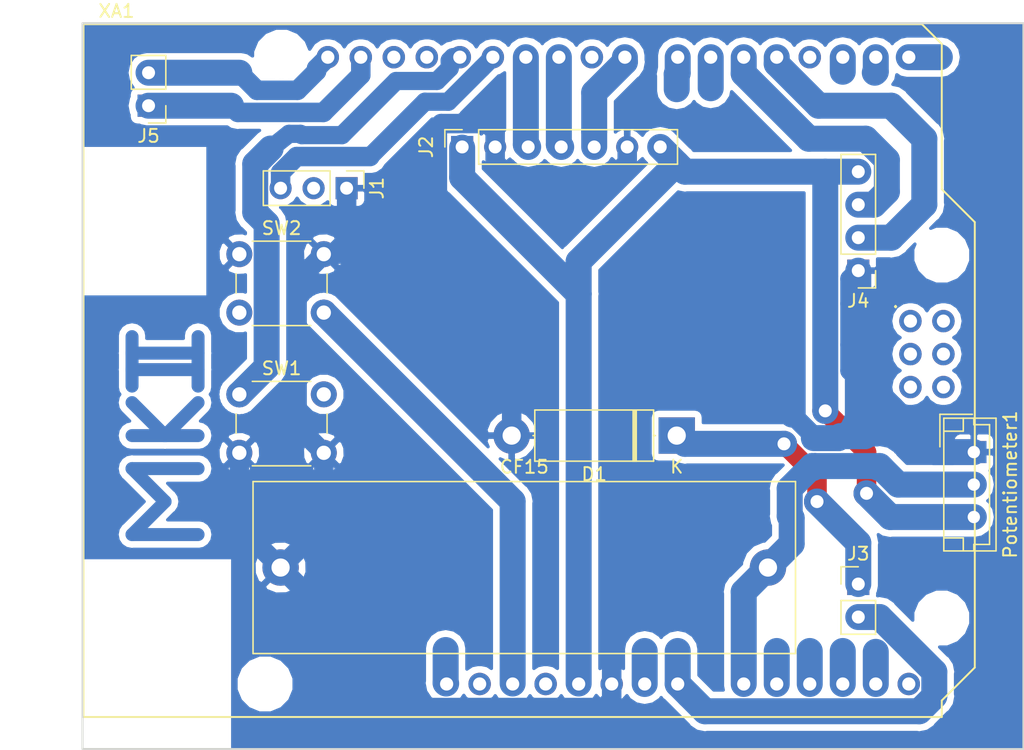
<source format=kicad_pcb>
(kicad_pcb (version 20171130) (host pcbnew "(5.0.0)")

  (general
    (thickness 1.6)
    (drawings 1)
    (tracks 206)
    (zones 0)
    (modules 11)
    (nets 40)
  )

  (page A4)
  (layers
    (0 F.Cu signal)
    (31 B.Cu signal)
    (32 B.Adhes user)
    (33 F.Adhes user)
    (34 B.Paste user)
    (35 F.Paste user)
    (36 B.SilkS user)
    (37 F.SilkS user)
    (38 B.Mask user)
    (39 F.Mask user)
    (40 Dwgs.User user)
    (41 Cmts.User user)
    (42 Eco1.User user)
    (43 Eco2.User user)
    (44 Edge.Cuts user)
    (45 Margin user)
    (46 B.CrtYd user)
    (47 F.CrtYd user)
    (48 B.Fab user)
    (49 F.Fab user)
  )

  (setup
    (last_trace_width 1)
    (trace_clearance 0.1)
    (zone_clearance 0.508)
    (zone_45_only no)
    (trace_min 0.2)
    (segment_width 0.2)
    (edge_width 0.15)
    (via_size 0.8)
    (via_drill 0.4)
    (via_min_size 0.4)
    (via_min_drill 0.3)
    (uvia_size 0.3)
    (uvia_drill 0.1)
    (uvias_allowed no)
    (uvia_min_size 0.2)
    (uvia_min_drill 0.1)
    (pcb_text_width 0.3)
    (pcb_text_size 1.5 1.5)
    (mod_edge_width 0.15)
    (mod_text_size 1 1)
    (mod_text_width 0.15)
    (pad_size 1.524 1.524)
    (pad_drill 0.762)
    (pad_to_mask_clearance 0.051)
    (solder_mask_min_width 0.25)
    (aux_axis_origin 0 0)
    (visible_elements 7FFFFFFF)
    (pcbplotparams
      (layerselection 0x01000_ffffffff)
      (usegerberextensions false)
      (usegerberattributes false)
      (usegerberadvancedattributes false)
      (creategerberjobfile false)
      (excludeedgelayer true)
      (linewidth 0.100000)
      (plotframeref false)
      (viasonmask false)
      (mode 1)
      (useauxorigin false)
      (hpglpennumber 1)
      (hpglpenspeed 20)
      (hpglpendiameter 15.000000)
      (psnegative false)
      (psa4output false)
      (plotreference true)
      (plotvalue true)
      (plotinvisibletext false)
      (padsonsilk false)
      (subtractmaskfromsilk false)
      (outputformat 1)
      (mirror false)
      (drillshape 0)
      (scaleselection 1)
      (outputdirectory "cnc/"))
  )

  (net 0 "")
  (net 1 "Net-(CF15-Pad1)")
  (net 2 "Net-(J4-Pad2)")
  (net 3 "Net-(J4-Pad3)")
  (net 4 "Net-(J1-Pad2)")
  (net 5 "Net-(J1-Pad3)")
  (net 6 "Net-(J5-Pad2)")
  (net 7 "Net-(J5-Pad1)")
  (net 8 "Net-(CF15-Pad2)")
  (net 9 "Net-(SW1-Pad1)")
  (net 10 "Net-(SW2-Pad2)")
  (net 11 "Net-(XA1-PadRST2)")
  (net 12 "Net-(XA1-PadGND4)")
  (net 13 "Net-(XA1-PadMOSI)")
  (net 14 "Net-(XA1-PadSCK)")
  (net 15 "Net-(XA1-Pad5V2)")
  (net 16 "Net-(XA1-Pad3V3)")
  (net 17 "Net-(XA1-PadIORF)")
  (net 18 "Net-(XA1-PadD0)")
  (net 19 "Net-(XA1-PadD1)")
  (net 20 "Net-(XA1-PadD2)")
  (net 21 "Net-(XA1-PadD3)")
  (net 22 "Net-(XA1-PadD7)")
  (net 23 "Net-(XA1-PadAREF)")
  (net 24 "Net-(XA1-PadA1)")
  (net 25 "Net-(XA1-PadA2)")
  (net 26 "Net-(XA1-PadA3)")
  (net 27 "Net-(XA1-PadA4)")
  (net 28 "Net-(XA1-PadA5)")
  (net 29 "Net-(XA1-PadMISO)")
  (net 30 "Net-(J2-Pad1)")
  (net 31 "Net-(J3-Pad2)")
  (net 32 "Net-(J2-Pad5)")
  (net 33 "Net-(J2-Pad4)")
  (net 34 "Net-(J2-Pad3)")
  (net 35 "Net-(XA1-PadD6)")
  (net 36 "Net-(XA1-PadD9)")
  (net 37 "Net-(XA1-PadGND3)")
  (net 38 "Net-(XA1-PadGND1)")
  (net 39 "Net-(D1-Pad1)")

  (net_class Default "This is the default net class."
    (clearance 0.1)
    (trace_width 1)
    (via_dia 0.8)
    (via_drill 0.4)
    (uvia_dia 0.3)
    (uvia_drill 0.1)
    (add_net "Net-(CF15-Pad1)")
    (add_net "Net-(CF15-Pad2)")
    (add_net "Net-(D1-Pad1)")
    (add_net "Net-(J1-Pad2)")
    (add_net "Net-(J1-Pad3)")
    (add_net "Net-(J2-Pad1)")
    (add_net "Net-(J2-Pad3)")
    (add_net "Net-(J2-Pad4)")
    (add_net "Net-(J2-Pad5)")
    (add_net "Net-(J3-Pad2)")
    (add_net "Net-(J4-Pad2)")
    (add_net "Net-(J4-Pad3)")
    (add_net "Net-(J5-Pad1)")
    (add_net "Net-(J5-Pad2)")
    (add_net "Net-(SW1-Pad1)")
    (add_net "Net-(SW2-Pad2)")
    (add_net "Net-(XA1-Pad3V3)")
    (add_net "Net-(XA1-Pad5V2)")
    (add_net "Net-(XA1-PadA1)")
    (add_net "Net-(XA1-PadA2)")
    (add_net "Net-(XA1-PadA3)")
    (add_net "Net-(XA1-PadA4)")
    (add_net "Net-(XA1-PadA5)")
    (add_net "Net-(XA1-PadAREF)")
    (add_net "Net-(XA1-PadD0)")
    (add_net "Net-(XA1-PadD1)")
    (add_net "Net-(XA1-PadD2)")
    (add_net "Net-(XA1-PadD3)")
    (add_net "Net-(XA1-PadD6)")
    (add_net "Net-(XA1-PadD7)")
    (add_net "Net-(XA1-PadD9)")
    (add_net "Net-(XA1-PadGND1)")
    (add_net "Net-(XA1-PadGND3)")
    (add_net "Net-(XA1-PadGND4)")
    (add_net "Net-(XA1-PadIORF)")
    (add_net "Net-(XA1-PadMISO)")
    (add_net "Net-(XA1-PadMOSI)")
    (add_net "Net-(XA1-PadRST2)")
    (add_net "Net-(XA1-PadSCK)")
  )

  (module Connector_PinSocket_2.54mm:PinSocket_1x07_P2.54mm_Vertical (layer F.Cu) (tedit 5A19A433) (tstamp 5BCBCE68)
    (at 173.99 61.595 90)
    (descr "Through hole straight socket strip, 1x07, 2.54mm pitch, single row (from Kicad 4.0.7), script generated")
    (tags "Through hole socket strip THT 1x07 2.54mm single row")
    (path /5BCA6134)
    (fp_text reference J2 (at 0 -2.77 90) (layer F.SilkS)
      (effects (font (size 1 1) (thickness 0.15)))
    )
    (fp_text value Conn_01x07_Female (at 0 18.01 90) (layer F.Fab)
      (effects (font (size 1 1) (thickness 0.15)))
    )
    (fp_line (start -1.27 -1.27) (end 0.635 -1.27) (layer F.Fab) (width 0.1))
    (fp_line (start 0.635 -1.27) (end 1.27 -0.635) (layer F.Fab) (width 0.1))
    (fp_line (start 1.27 -0.635) (end 1.27 16.51) (layer F.Fab) (width 0.1))
    (fp_line (start 1.27 16.51) (end -1.27 16.51) (layer F.Fab) (width 0.1))
    (fp_line (start -1.27 16.51) (end -1.27 -1.27) (layer F.Fab) (width 0.1))
    (fp_line (start -1.33 1.27) (end 1.33 1.27) (layer F.SilkS) (width 0.12))
    (fp_line (start -1.33 1.27) (end -1.33 16.57) (layer F.SilkS) (width 0.12))
    (fp_line (start -1.33 16.57) (end 1.33 16.57) (layer F.SilkS) (width 0.12))
    (fp_line (start 1.33 1.27) (end 1.33 16.57) (layer F.SilkS) (width 0.12))
    (fp_line (start 1.33 -1.33) (end 1.33 0) (layer F.SilkS) (width 0.12))
    (fp_line (start 0 -1.33) (end 1.33 -1.33) (layer F.SilkS) (width 0.12))
    (fp_line (start -1.8 -1.8) (end 1.75 -1.8) (layer F.CrtYd) (width 0.05))
    (fp_line (start 1.75 -1.8) (end 1.75 17) (layer F.CrtYd) (width 0.05))
    (fp_line (start 1.75 17) (end -1.8 17) (layer F.CrtYd) (width 0.05))
    (fp_line (start -1.8 17) (end -1.8 -1.8) (layer F.CrtYd) (width 0.05))
    (fp_text user %R (at 0 7.62 270) (layer F.Fab)
      (effects (font (size 1 1) (thickness 0.15)))
    )
    (pad 1 thru_hole rect (at 0 0 90) (size 1.7 1.7) (drill 1) (layers *.Cu *.Mask)
      (net 30 "Net-(J2-Pad1)"))
    (pad 2 thru_hole oval (at 0 2.54 90) (size 1.7 1.7) (drill 1) (layers *.Cu *.Mask)
      (net 1 "Net-(CF15-Pad1)"))
    (pad 3 thru_hole oval (at 0 5.08 90) (size 1.7 1.7) (drill 1) (layers *.Cu *.Mask)
      (net 34 "Net-(J2-Pad3)"))
    (pad 4 thru_hole oval (at 0 7.62 90) (size 1.7 1.7) (drill 1) (layers *.Cu *.Mask)
      (net 33 "Net-(J2-Pad4)"))
    (pad 5 thru_hole oval (at 0 10.16 90) (size 1.7 1.7) (drill 1) (layers *.Cu *.Mask)
      (net 32 "Net-(J2-Pad5)"))
    (pad 6 thru_hole oval (at 0 12.7 90) (size 1.7 1.7) (drill 1) (layers *.Cu *.Mask)
      (net 1 "Net-(CF15-Pad1)"))
    (pad 7 thru_hole oval (at 0 15.24 90) (size 1.7 1.7) (drill 1) (layers *.Cu *.Mask)
      (net 30 "Net-(J2-Pad1)"))
    (model ${KISYS3DMOD}/Connector_PinSocket_2.54mm.3dshapes/PinSocket_1x07_P2.54mm_Vertical.wrl
      (at (xyz 0 0 0))
      (scale (xyz 1 1 1))
      (rotate (xyz 0 0 0))
    )
  )

  (module Connector_PinHeader_2.54mm:PinHeader_1x03_P2.54mm_Vertical (layer F.Cu) (tedit 59FED5CC) (tstamp 5BCBBD13)
    (at 165.1 64.77 270)
    (descr "Through hole straight pin header, 1x03, 2.54mm pitch, single row")
    (tags "Through hole pin header THT 1x03 2.54mm single row")
    (path /5BBEDF33)
    (fp_text reference J1 (at 0 -2.33 270) (layer F.SilkS)
      (effects (font (size 1 1) (thickness 0.15)))
    )
    (fp_text value Receiver (at 0 7.41 270) (layer F.Fab)
      (effects (font (size 1 1) (thickness 0.15)))
    )
    (fp_line (start -0.635 -1.27) (end 1.27 -1.27) (layer F.Fab) (width 0.1))
    (fp_line (start 1.27 -1.27) (end 1.27 6.35) (layer F.Fab) (width 0.1))
    (fp_line (start 1.27 6.35) (end -1.27 6.35) (layer F.Fab) (width 0.1))
    (fp_line (start -1.27 6.35) (end -1.27 -0.635) (layer F.Fab) (width 0.1))
    (fp_line (start -1.27 -0.635) (end -0.635 -1.27) (layer F.Fab) (width 0.1))
    (fp_line (start -1.33 6.41) (end 1.33 6.41) (layer F.SilkS) (width 0.12))
    (fp_line (start -1.33 1.27) (end -1.33 6.41) (layer F.SilkS) (width 0.12))
    (fp_line (start 1.33 1.27) (end 1.33 6.41) (layer F.SilkS) (width 0.12))
    (fp_line (start -1.33 1.27) (end 1.33 1.27) (layer F.SilkS) (width 0.12))
    (fp_line (start -1.33 0) (end -1.33 -1.33) (layer F.SilkS) (width 0.12))
    (fp_line (start -1.33 -1.33) (end 0 -1.33) (layer F.SilkS) (width 0.12))
    (fp_line (start -1.8 -1.8) (end -1.8 6.85) (layer F.CrtYd) (width 0.05))
    (fp_line (start -1.8 6.85) (end 1.8 6.85) (layer F.CrtYd) (width 0.05))
    (fp_line (start 1.8 6.85) (end 1.8 -1.8) (layer F.CrtYd) (width 0.05))
    (fp_line (start 1.8 -1.8) (end -1.8 -1.8) (layer F.CrtYd) (width 0.05))
    (fp_text user %R (at 0 2.54) (layer F.Fab)
      (effects (font (size 1 1) (thickness 0.15)))
    )
    (pad 1 thru_hole rect (at 0 0 270) (size 1.7 1.7) (drill 1) (layers *.Cu *.Mask)
      (net 1 "Net-(CF15-Pad1)"))
    (pad 2 thru_hole oval (at 0 2.54 270) (size 1.7 1.7) (drill 1) (layers *.Cu *.Mask)
      (net 4 "Net-(J1-Pad2)"))
    (pad 3 thru_hole oval (at 0 5.08 270) (size 1.7 1.7) (drill 1) (layers *.Cu *.Mask)
      (net 5 "Net-(J1-Pad3)"))
    (model ${KISYS3DMOD}/Connector_PinHeader_2.54mm.3dshapes/PinHeader_1x03_P2.54mm_Vertical.wrl
      (at (xyz 0 0 0))
      (scale (xyz 1 1 1))
      (rotate (xyz 0 0 0))
    )
  )

  (module Diode_THT:D_5W_P12.70mm_Horizontal (layer F.Cu) (tedit 5AE50CD5) (tstamp 5BDCFBB5)
    (at 190.5 83.82 180)
    (descr "Diode, 5W series, Axial, Horizontal, pin pitch=12.7mm, , length*diameter=8.9*3.7mm^2, , http://www.diodes.com/_files/packages/8686949.gif")
    (tags "Diode 5W series Axial Horizontal pin pitch 12.7mm  length 8.9mm diameter 3.7mm")
    (path /5BDD7261)
    (fp_text reference D1 (at 6.35 -2.97 180) (layer F.SilkS)
      (effects (font (size 1 1) (thickness 0.15)))
    )
    (fp_text value DIODE (at 6.35 2.97 180) (layer F.Fab)
      (effects (font (size 1 1) (thickness 0.15)))
    )
    (fp_line (start 1.9 -1.85) (end 1.9 1.85) (layer F.Fab) (width 0.1))
    (fp_line (start 1.9 1.85) (end 10.8 1.85) (layer F.Fab) (width 0.1))
    (fp_line (start 10.8 1.85) (end 10.8 -1.85) (layer F.Fab) (width 0.1))
    (fp_line (start 10.8 -1.85) (end 1.9 -1.85) (layer F.Fab) (width 0.1))
    (fp_line (start 0 0) (end 1.9 0) (layer F.Fab) (width 0.1))
    (fp_line (start 12.7 0) (end 10.8 0) (layer F.Fab) (width 0.1))
    (fp_line (start 3.235 -1.85) (end 3.235 1.85) (layer F.Fab) (width 0.1))
    (fp_line (start 3.335 -1.85) (end 3.335 1.85) (layer F.Fab) (width 0.1))
    (fp_line (start 3.135 -1.85) (end 3.135 1.85) (layer F.Fab) (width 0.1))
    (fp_line (start 1.78 -1.97) (end 1.78 1.97) (layer F.SilkS) (width 0.12))
    (fp_line (start 1.78 1.97) (end 10.92 1.97) (layer F.SilkS) (width 0.12))
    (fp_line (start 10.92 1.97) (end 10.92 -1.97) (layer F.SilkS) (width 0.12))
    (fp_line (start 10.92 -1.97) (end 1.78 -1.97) (layer F.SilkS) (width 0.12))
    (fp_line (start 1.64 0) (end 1.78 0) (layer F.SilkS) (width 0.12))
    (fp_line (start 11.06 0) (end 10.92 0) (layer F.SilkS) (width 0.12))
    (fp_line (start 3.235 -1.97) (end 3.235 1.97) (layer F.SilkS) (width 0.12))
    (fp_line (start 3.355 -1.97) (end 3.355 1.97) (layer F.SilkS) (width 0.12))
    (fp_line (start 3.115 -1.97) (end 3.115 1.97) (layer F.SilkS) (width 0.12))
    (fp_line (start -1.65 -2.1) (end -1.65 2.1) (layer F.CrtYd) (width 0.05))
    (fp_line (start -1.65 2.1) (end 14.35 2.1) (layer F.CrtYd) (width 0.05))
    (fp_line (start 14.35 2.1) (end 14.35 -2.1) (layer F.CrtYd) (width 0.05))
    (fp_line (start 14.35 -2.1) (end -1.65 -2.1) (layer F.CrtYd) (width 0.05))
    (fp_text user %R (at 7.0175 0 180) (layer F.Fab)
      (effects (font (size 1 1) (thickness 0.15)))
    )
    (fp_text user K (at 0 -2.4 180) (layer F.Fab)
      (effects (font (size 1 1) (thickness 0.15)))
    )
    (fp_text user K (at 0 -2.4 180) (layer F.SilkS)
      (effects (font (size 1 1) (thickness 0.15)))
    )
    (pad 1 thru_hole rect (at 0 0 180) (size 2.8 2.8) (drill 1.4) (layers *.Cu *.Mask)
      (net 39 "Net-(D1-Pad1)"))
    (pad 2 thru_hole oval (at 12.7 0 180) (size 2.8 2.8) (drill 1.4) (layers *.Cu *.Mask)
      (net 1 "Net-(CF15-Pad1)"))
    (model ${KISYS3DMOD}/Diode_THT.3dshapes/D_5W_P12.70mm_Horizontal.wrl
      (at (xyz 0 0 0))
      (scale (xyz 1 1 1))
      (rotate (xyz 0 0 0))
    )
  )

  (module Connector_JST:JST_EH_B03B-EH-A_1x03_P2.50mm_Vertical (layer F.Cu) (tedit 5A0EB040) (tstamp 5BDE0072)
    (at 213.36 85.09 270)
    (descr "JST EH series connector, B03B-EH-A (http://www.jst-mfg.com/product/pdf/eng/eEH.pdf), generated with kicad-footprint-generator")
    (tags "connector JST EH side entry")
    (path /5BDD001F)
    (fp_text reference Potentiometer1 (at 2.5 -2.8 270) (layer F.SilkS)
      (effects (font (size 1 1) (thickness 0.15)))
    )
    (fp_text value Conn_01x03_Male (at 2.5 3.4 270) (layer F.Fab)
      (effects (font (size 1 1) (thickness 0.15)))
    )
    (fp_line (start -2.5 -1.6) (end -2.5 2.2) (layer F.Fab) (width 0.1))
    (fp_line (start -2.5 2.2) (end 7.5 2.2) (layer F.Fab) (width 0.1))
    (fp_line (start 7.5 2.2) (end 7.5 -1.6) (layer F.Fab) (width 0.1))
    (fp_line (start 7.5 -1.6) (end -2.5 -1.6) (layer F.Fab) (width 0.1))
    (fp_line (start -3 -2.1) (end -3 2.7) (layer F.CrtYd) (width 0.05))
    (fp_line (start -3 2.7) (end 8 2.7) (layer F.CrtYd) (width 0.05))
    (fp_line (start 8 2.7) (end 8 -2.1) (layer F.CrtYd) (width 0.05))
    (fp_line (start 8 -2.1) (end -3 -2.1) (layer F.CrtYd) (width 0.05))
    (fp_line (start -2.61 -1.71) (end -2.61 2.31) (layer F.SilkS) (width 0.12))
    (fp_line (start -2.61 2.31) (end 7.61 2.31) (layer F.SilkS) (width 0.12))
    (fp_line (start 7.61 2.31) (end 7.61 -1.71) (layer F.SilkS) (width 0.12))
    (fp_line (start 7.61 -1.71) (end -2.61 -1.71) (layer F.SilkS) (width 0.12))
    (fp_line (start -2.61 0) (end -2.11 0) (layer F.SilkS) (width 0.12))
    (fp_line (start -2.11 0) (end -2.11 -1.21) (layer F.SilkS) (width 0.12))
    (fp_line (start -2.11 -1.21) (end 7.11 -1.21) (layer F.SilkS) (width 0.12))
    (fp_line (start 7.11 -1.21) (end 7.11 0) (layer F.SilkS) (width 0.12))
    (fp_line (start 7.11 0) (end 7.61 0) (layer F.SilkS) (width 0.12))
    (fp_line (start -2.61 0.81) (end -1.61 0.81) (layer F.SilkS) (width 0.12))
    (fp_line (start -1.61 0.81) (end -1.61 2.31) (layer F.SilkS) (width 0.12))
    (fp_line (start 7.61 0.81) (end 6.61 0.81) (layer F.SilkS) (width 0.12))
    (fp_line (start 6.61 0.81) (end 6.61 2.31) (layer F.SilkS) (width 0.12))
    (fp_line (start -2.91 0.11) (end -2.91 2.61) (layer F.SilkS) (width 0.12))
    (fp_line (start -2.91 2.61) (end -0.41 2.61) (layer F.SilkS) (width 0.12))
    (fp_line (start -2.91 0.11) (end -2.91 2.61) (layer F.Fab) (width 0.1))
    (fp_line (start -2.91 2.61) (end -0.41 2.61) (layer F.Fab) (width 0.1))
    (fp_text user %R (at 2.5 1.5 270) (layer F.Fab)
      (effects (font (size 1 1) (thickness 0.15)))
    )
    (pad 1 thru_hole rect (at 0 0 270) (size 1.7 1.95) (drill 0.95) (layers *.Cu *.Mask)
      (net 1 "Net-(CF15-Pad1)"))
    (pad 2 thru_hole oval (at 2.5 0 270) (size 1.7 1.95) (drill 0.95) (layers *.Cu *.Mask)
      (net 8 "Net-(CF15-Pad2)"))
    (pad 3 thru_hole oval (at 5 0 270) (size 1.7 1.95) (drill 0.95) (layers *.Cu *.Mask)
      (net 30 "Net-(J2-Pad1)"))
    (model ${KISYS3DMOD}/Connector_JST.3dshapes/JST_EH_B03B-EH-A_1x03_P2.50mm_Vertical.wrl
      (at (xyz 0 0 0))
      (scale (xyz 1 1 1))
      (rotate (xyz 0 0 0))
    )
  )

  (module Arduino:Arduino_Uno_Shield (layer F.Cu) (tedit 5A8605EC) (tstamp 5BCBAB41)
    (at 144.855001 105.485001)
    (descr https://store.arduino.cc/arduino-uno-rev3)
    (path /5BBE520D)
    (fp_text reference XA1 (at 2.54 -54.356) (layer F.SilkS)
      (effects (font (size 1 1) (thickness 0.15)))
    )
    (fp_text value Arduino_Uno_Shield (at 15.494 -54.356) (layer F.Fab)
      (effects (font (size 1 1) (thickness 0.15)))
    )
    (fp_line (start 9.525 -32.385) (end -6.35 -32.385) (layer B.CrtYd) (width 0.15))
    (fp_line (start 9.525 -43.815) (end -6.35 -43.815) (layer B.CrtYd) (width 0.15))
    (fp_line (start 9.525 -43.815) (end 9.525 -32.385) (layer B.CrtYd) (width 0.15))
    (fp_line (start -6.35 -43.815) (end -6.35 -32.385) (layer B.CrtYd) (width 0.15))
    (fp_text user . (at 62.484 -32.004) (layer F.SilkS)
      (effects (font (size 1 1) (thickness 0.15)))
    )
    (fp_line (start 11.43 -12.065) (end 11.43 -3.175) (layer B.CrtYd) (width 0.15))
    (fp_line (start -1.905 -3.175) (end 11.43 -3.175) (layer B.CrtYd) (width 0.15))
    (fp_line (start -1.905 -12.065) (end -1.905 -3.175) (layer B.CrtYd) (width 0.15))
    (fp_line (start -1.905 -12.065) (end 11.43 -12.065) (layer B.CrtYd) (width 0.15))
    (fp_line (start 0 -53.34) (end 0 0) (layer F.SilkS) (width 0.15))
    (fp_line (start 66.04 -40.64) (end 66.04 -51.816) (layer F.SilkS) (width 0.15))
    (fp_line (start 68.58 -38.1) (end 66.04 -40.64) (layer F.SilkS) (width 0.15))
    (fp_line (start 68.58 -3.81) (end 68.58 -38.1) (layer F.SilkS) (width 0.15))
    (fp_line (start 66.04 -1.27) (end 68.58 -3.81) (layer F.SilkS) (width 0.15))
    (fp_line (start 66.04 0) (end 66.04 -1.27) (layer F.SilkS) (width 0.15))
    (fp_line (start 64.516 -53.34) (end 66.04 -51.816) (layer F.SilkS) (width 0.15))
    (fp_line (start 0 0) (end 66.04 0) (layer F.SilkS) (width 0.15))
    (fp_line (start 0 -53.34) (end 64.516 -53.34) (layer F.SilkS) (width 0.15))
    (pad RST2 thru_hole oval (at 63.627 -25.4) (size 1.7272 1.7272) (drill 1.016) (layers *.Cu *.Mask)
      (net 11 "Net-(XA1-PadRST2)"))
    (pad GND4 thru_hole oval (at 66.167 -25.4) (size 1.7272 1.7272) (drill 1.016) (layers *.Cu *.Mask)
      (net 12 "Net-(XA1-PadGND4)"))
    (pad MOSI thru_hole oval (at 66.167 -27.94) (size 1.7272 1.7272) (drill 1.016) (layers *.Cu *.Mask)
      (net 13 "Net-(XA1-PadMOSI)"))
    (pad SCK thru_hole oval (at 63.627 -27.94) (size 1.7272 1.7272) (drill 1.016) (layers *.Cu *.Mask)
      (net 14 "Net-(XA1-PadSCK)"))
    (pad 5V2 thru_hole oval (at 66.167 -30.48) (size 1.7272 1.7272) (drill 1.016) (layers *.Cu *.Mask)
      (net 15 "Net-(XA1-Pad5V2)"))
    (pad A0 thru_hole oval (at 50.8 -2.54) (size 1.7272 1.7272) (drill 1.016) (layers *.Cu *.Mask)
      (net 8 "Net-(CF15-Pad2)"))
    (pad VIN thru_hole oval (at 45.72 -2.54) (size 1.7272 1.7272) (drill 1.016) (layers *.Cu *.Mask)
      (net 31 "Net-(J3-Pad2)"))
    (pad GND3 thru_hole oval (at 43.18 -2.54) (size 1.7272 1.7272) (drill 1.016) (layers *.Cu *.Mask)
      (net 37 "Net-(XA1-PadGND3)"))
    (pad GND2 thru_hole oval (at 40.64 -2.54) (size 1.7272 1.7272) (drill 1.016) (layers *.Cu *.Mask)
      (net 1 "Net-(CF15-Pad1)"))
    (pad 5V1 thru_hole oval (at 38.1 -2.54) (size 1.7272 1.7272) (drill 1.016) (layers *.Cu *.Mask)
      (net 30 "Net-(J2-Pad1)"))
    (pad 3V3 thru_hole oval (at 35.56 -2.54) (size 1.7272 1.7272) (drill 1.016) (layers *.Cu *.Mask)
      (net 16 "Net-(XA1-Pad3V3)"))
    (pad RST1 thru_hole oval (at 33.02 -2.54) (size 1.7272 1.7272) (drill 1.016) (layers *.Cu *.Mask)
      (net 10 "Net-(SW2-Pad2)"))
    (pad IORF thru_hole oval (at 30.48 -2.54) (size 1.7272 1.7272) (drill 1.016) (layers *.Cu *.Mask)
      (net 17 "Net-(XA1-PadIORF)"))
    (pad D0 thru_hole oval (at 63.5 -50.8) (size 1.7272 1.7272) (drill 1.016) (layers *.Cu *.Mask)
      (net 18 "Net-(XA1-PadD0)"))
    (pad D1 thru_hole oval (at 60.96 -50.8) (size 1.7272 1.7272) (drill 1.016) (layers *.Cu *.Mask)
      (net 19 "Net-(XA1-PadD1)"))
    (pad D2 thru_hole oval (at 58.42 -50.8) (size 1.7272 1.7272) (drill 1.016) (layers *.Cu *.Mask)
      (net 20 "Net-(XA1-PadD2)"))
    (pad D3 thru_hole oval (at 55.88 -50.8) (size 1.7272 1.7272) (drill 1.016) (layers *.Cu *.Mask)
      (net 21 "Net-(XA1-PadD3)"))
    (pad D4 thru_hole oval (at 53.34 -50.8) (size 1.7272 1.7272) (drill 1.016) (layers *.Cu *.Mask)
      (net 2 "Net-(J4-Pad2)"))
    (pad D5 thru_hole oval (at 50.8 -50.8) (size 1.7272 1.7272) (drill 1.016) (layers *.Cu *.Mask)
      (net 3 "Net-(J4-Pad3)"))
    (pad D6 thru_hole oval (at 48.26 -50.8) (size 1.7272 1.7272) (drill 1.016) (layers *.Cu *.Mask)
      (net 35 "Net-(XA1-PadD6)"))
    (pad D7 thru_hole oval (at 45.72 -50.8) (size 1.7272 1.7272) (drill 1.016) (layers *.Cu *.Mask)
      (net 22 "Net-(XA1-PadD7)"))
    (pad GND1 thru_hole oval (at 26.416 -50.8) (size 1.7272 1.7272) (drill 1.016) (layers *.Cu *.Mask)
      (net 38 "Net-(XA1-PadGND1)"))
    (pad D8 thru_hole oval (at 41.656 -50.8) (size 1.7272 1.7272) (drill 1.016) (layers *.Cu *.Mask)
      (net 32 "Net-(J2-Pad5)"))
    (pad D9 thru_hole oval (at 39.116 -50.8) (size 1.7272 1.7272) (drill 1.016) (layers *.Cu *.Mask)
      (net 36 "Net-(XA1-PadD9)"))
    (pad D10 thru_hole oval (at 36.576 -50.8) (size 1.7272 1.7272) (drill 1.016) (layers *.Cu *.Mask)
      (net 33 "Net-(J2-Pad4)"))
    (pad "" np_thru_hole circle (at 66.04 -7.62) (size 3.2 3.2) (drill 3.2) (layers *.Cu *.Mask))
    (pad "" np_thru_hole circle (at 66.04 -35.56) (size 3.2 3.2) (drill 3.2) (layers *.Cu *.Mask))
    (pad "" np_thru_hole circle (at 15.24 -50.8) (size 3.2 3.2) (drill 3.2) (layers *.Cu *.Mask))
    (pad "" np_thru_hole circle (at 13.97 -2.54) (size 3.2 3.2) (drill 3.2) (layers *.Cu *.Mask))
    (pad SCL thru_hole oval (at 18.796 -50.8) (size 1.7272 1.7272) (drill 1.016) (layers *.Cu *.Mask)
      (net 6 "Net-(J5-Pad2)"))
    (pad SDA thru_hole oval (at 21.336 -50.8) (size 1.7272 1.7272) (drill 1.016) (layers *.Cu *.Mask)
      (net 7 "Net-(J5-Pad1)"))
    (pad AREF thru_hole oval (at 23.876 -50.8) (size 1.7272 1.7272) (drill 1.016) (layers *.Cu *.Mask)
      (net 23 "Net-(XA1-PadAREF)"))
    (pad D13 thru_hole oval (at 28.956 -50.8) (size 1.7272 1.7272) (drill 1.016) (layers *.Cu *.Mask)
      (net 9 "Net-(SW1-Pad1)"))
    (pad D12 thru_hole oval (at 31.496 -50.8) (size 1.7272 1.7272) (drill 1.016) (layers *.Cu *.Mask)
      (net 5 "Net-(J1-Pad3)"))
    (pad D11 thru_hole oval (at 34.036 -50.8) (size 1.7272 1.7272) (drill 1.016) (layers *.Cu *.Mask)
      (net 34 "Net-(J2-Pad3)"))
    (pad "" thru_hole oval (at 27.94 -2.54) (size 1.7272 1.7272) (drill 1.016) (layers *.Cu *.Mask))
    (pad A1 thru_hole oval (at 53.34 -2.54) (size 1.7272 1.7272) (drill 1.016) (layers *.Cu *.Mask)
      (net 24 "Net-(XA1-PadA1)"))
    (pad A2 thru_hole oval (at 55.88 -2.54) (size 1.7272 1.7272) (drill 1.016) (layers *.Cu *.Mask)
      (net 25 "Net-(XA1-PadA2)"))
    (pad A3 thru_hole oval (at 58.42 -2.54) (size 1.7272 1.7272) (drill 1.016) (layers *.Cu *.Mask)
      (net 26 "Net-(XA1-PadA3)"))
    (pad A4 thru_hole oval (at 60.96 -2.54) (size 1.7272 1.7272) (drill 1.016) (layers *.Cu *.Mask)
      (net 27 "Net-(XA1-PadA4)"))
    (pad A5 thru_hole oval (at 63.5 -2.54) (size 1.7272 1.7272) (drill 1.016) (layers *.Cu *.Mask)
      (net 28 "Net-(XA1-PadA5)"))
    (pad MISO thru_hole oval (at 63.627 -30.48) (size 1.7272 1.7272) (drill 1.016) (layers *.Cu *.Mask)
      (net 29 "Net-(XA1-PadMISO)"))
  )

  (module Capacitor_THT:C_Rect_L41.5mm_W13.0mm_P37.50mm_MKS4 (layer F.Cu) (tedit 5AE50EF0) (tstamp 5BCBA34A)
    (at 160.02 93.98)
    (descr "C, Rect series, Radial, pin pitch=37.50mm, , length*width=41.5*13mm^2, Capacitor, http://www.wima.com/EN/WIMA_MKS_4.pdf")
    (tags "C Rect series Radial pin pitch 37.50mm  length 41.5mm width 13mm Capacitor")
    (path /5BBE583A)
    (fp_text reference CF15 (at 18.75 -7.75) (layer F.SilkS)
      (effects (font (size 1 1) (thickness 0.15)))
    )
    (fp_text value C (at 18.75 7.75) (layer F.Fab)
      (effects (font (size 1 1) (thickness 0.15)))
    )
    (fp_line (start -2 -6.5) (end -2 6.5) (layer F.Fab) (width 0.1))
    (fp_line (start -2 6.5) (end 39.5 6.5) (layer F.Fab) (width 0.1))
    (fp_line (start 39.5 6.5) (end 39.5 -6.5) (layer F.Fab) (width 0.1))
    (fp_line (start 39.5 -6.5) (end -2 -6.5) (layer F.Fab) (width 0.1))
    (fp_line (start -2.12 -6.62) (end 39.62 -6.62) (layer F.SilkS) (width 0.12))
    (fp_line (start -2.12 6.62) (end 39.62 6.62) (layer F.SilkS) (width 0.12))
    (fp_line (start -2.12 -6.62) (end -2.12 6.62) (layer F.SilkS) (width 0.12))
    (fp_line (start 39.62 -6.62) (end 39.62 6.62) (layer F.SilkS) (width 0.12))
    (fp_line (start -2.25 -6.75) (end -2.25 6.75) (layer F.CrtYd) (width 0.05))
    (fp_line (start -2.25 6.75) (end 39.75 6.75) (layer F.CrtYd) (width 0.05))
    (fp_line (start 39.75 6.75) (end 39.75 -6.75) (layer F.CrtYd) (width 0.05))
    (fp_line (start 39.75 -6.75) (end -2.25 -6.75) (layer F.CrtYd) (width 0.05))
    (fp_text user %R (at 18.75 0) (layer F.Fab)
      (effects (font (size 1 1) (thickness 0.15)))
    )
    (pad 1 thru_hole circle (at 0 0) (size 2.8 2.8) (drill 1.4) (layers *.Cu *.Mask)
      (net 1 "Net-(CF15-Pad1)"))
    (pad 2 thru_hole circle (at 37.5 0) (size 2.8 2.8) (drill 1.4) (layers *.Cu *.Mask)
      (net 8 "Net-(CF15-Pad2)"))
    (model ${KISYS3DMOD}/Capacitor_THT.3dshapes/C_Rect_L41.5mm_W13.0mm_P37.50mm_MKS4.wrl
      (at (xyz 0 0 0))
      (scale (xyz 1 1 1))
      (rotate (xyz 0 0 0))
    )
  )

  (module Button_Switch_THT:SW_PUSH_6mm (layer F.Cu) (tedit 5A02FE31) (tstamp 5BCB4400)
    (at 156.845 69.85)
    (descr https://www.omron.com/ecb/products/pdf/en-b3f.pdf)
    (tags "tact sw push 6mm")
    (path /5BBE645A)
    (fp_text reference SW2 (at 3.25 -2) (layer F.SilkS)
      (effects (font (size 1 1) (thickness 0.15)))
    )
    (fp_text value Reset (at 3.75 6.7) (layer F.Fab)
      (effects (font (size 1 1) (thickness 0.15)))
    )
    (fp_circle (center 3.25 2.25) (end 1.25 2.5) (layer F.Fab) (width 0.1))
    (fp_line (start 6.75 3) (end 6.75 1.5) (layer F.SilkS) (width 0.12))
    (fp_line (start 5.5 -1) (end 1 -1) (layer F.SilkS) (width 0.12))
    (fp_line (start -0.25 1.5) (end -0.25 3) (layer F.SilkS) (width 0.12))
    (fp_line (start 1 5.5) (end 5.5 5.5) (layer F.SilkS) (width 0.12))
    (fp_line (start 8 -1.25) (end 8 5.75) (layer F.CrtYd) (width 0.05))
    (fp_line (start 7.75 6) (end -1.25 6) (layer F.CrtYd) (width 0.05))
    (fp_line (start -1.5 5.75) (end -1.5 -1.25) (layer F.CrtYd) (width 0.05))
    (fp_line (start -1.25 -1.5) (end 7.75 -1.5) (layer F.CrtYd) (width 0.05))
    (fp_line (start -1.5 6) (end -1.25 6) (layer F.CrtYd) (width 0.05))
    (fp_line (start -1.5 5.75) (end -1.5 6) (layer F.CrtYd) (width 0.05))
    (fp_line (start -1.5 -1.5) (end -1.25 -1.5) (layer F.CrtYd) (width 0.05))
    (fp_line (start -1.5 -1.25) (end -1.5 -1.5) (layer F.CrtYd) (width 0.05))
    (fp_line (start 8 -1.5) (end 8 -1.25) (layer F.CrtYd) (width 0.05))
    (fp_line (start 7.75 -1.5) (end 8 -1.5) (layer F.CrtYd) (width 0.05))
    (fp_line (start 8 6) (end 8 5.75) (layer F.CrtYd) (width 0.05))
    (fp_line (start 7.75 6) (end 8 6) (layer F.CrtYd) (width 0.05))
    (fp_line (start 0.25 -0.75) (end 3.25 -0.75) (layer F.Fab) (width 0.1))
    (fp_line (start 0.25 5.25) (end 0.25 -0.75) (layer F.Fab) (width 0.1))
    (fp_line (start 6.25 5.25) (end 0.25 5.25) (layer F.Fab) (width 0.1))
    (fp_line (start 6.25 -0.75) (end 6.25 5.25) (layer F.Fab) (width 0.1))
    (fp_line (start 3.25 -0.75) (end 6.25 -0.75) (layer F.Fab) (width 0.1))
    (fp_text user %R (at 3.25 2.25) (layer F.Fab)
      (effects (font (size 1 1) (thickness 0.15)))
    )
    (pad 1 thru_hole circle (at 6.5 0 90) (size 2 2) (drill 1.1) (layers *.Cu *.Mask)
      (net 1 "Net-(CF15-Pad1)"))
    (pad 2 thru_hole circle (at 6.5 4.5 90) (size 2 2) (drill 1.1) (layers *.Cu *.Mask)
      (net 10 "Net-(SW2-Pad2)"))
    (pad 1 thru_hole circle (at 0 0 90) (size 2 2) (drill 1.1) (layers *.Cu *.Mask)
      (net 1 "Net-(CF15-Pad1)"))
    (pad 2 thru_hole circle (at 0 4.5 90) (size 2 2) (drill 1.1) (layers *.Cu *.Mask)
      (net 10 "Net-(SW2-Pad2)"))
    (model ${KISYS3DMOD}/Button_Switch_THT.3dshapes/SW_PUSH_6mm.wrl
      (at (xyz 0 0 0))
      (scale (xyz 1 1 1))
      (rotate (xyz 0 0 0))
    )
  )

  (module Button_Switch_THT:SW_PUSH_6mm (layer F.Cu) (tedit 5A02FE31) (tstamp 5BCB471A)
    (at 156.845 80.645)
    (descr https://www.omron.com/ecb/products/pdf/en-b3f.pdf)
    (tags "tact sw push 6mm")
    (path /5BBE694D)
    (fp_text reference SW1 (at 3.25 -2) (layer F.SilkS)
      (effects (font (size 1 1) (thickness 0.15)))
    )
    (fp_text value Calibrate (at 3.75 6.7) (layer F.Fab)
      (effects (font (size 1 1) (thickness 0.15)))
    )
    (fp_text user %R (at 3.25 2.25) (layer F.Fab)
      (effects (font (size 1 1) (thickness 0.15)))
    )
    (fp_line (start 3.25 -0.75) (end 6.25 -0.75) (layer F.Fab) (width 0.1))
    (fp_line (start 6.25 -0.75) (end 6.25 5.25) (layer F.Fab) (width 0.1))
    (fp_line (start 6.25 5.25) (end 0.25 5.25) (layer F.Fab) (width 0.1))
    (fp_line (start 0.25 5.25) (end 0.25 -0.75) (layer F.Fab) (width 0.1))
    (fp_line (start 0.25 -0.75) (end 3.25 -0.75) (layer F.Fab) (width 0.1))
    (fp_line (start 7.75 6) (end 8 6) (layer F.CrtYd) (width 0.05))
    (fp_line (start 8 6) (end 8 5.75) (layer F.CrtYd) (width 0.05))
    (fp_line (start 7.75 -1.5) (end 8 -1.5) (layer F.CrtYd) (width 0.05))
    (fp_line (start 8 -1.5) (end 8 -1.25) (layer F.CrtYd) (width 0.05))
    (fp_line (start -1.5 -1.25) (end -1.5 -1.5) (layer F.CrtYd) (width 0.05))
    (fp_line (start -1.5 -1.5) (end -1.25 -1.5) (layer F.CrtYd) (width 0.05))
    (fp_line (start -1.5 5.75) (end -1.5 6) (layer F.CrtYd) (width 0.05))
    (fp_line (start -1.5 6) (end -1.25 6) (layer F.CrtYd) (width 0.05))
    (fp_line (start -1.25 -1.5) (end 7.75 -1.5) (layer F.CrtYd) (width 0.05))
    (fp_line (start -1.5 5.75) (end -1.5 -1.25) (layer F.CrtYd) (width 0.05))
    (fp_line (start 7.75 6) (end -1.25 6) (layer F.CrtYd) (width 0.05))
    (fp_line (start 8 -1.25) (end 8 5.75) (layer F.CrtYd) (width 0.05))
    (fp_line (start 1 5.5) (end 5.5 5.5) (layer F.SilkS) (width 0.12))
    (fp_line (start -0.25 1.5) (end -0.25 3) (layer F.SilkS) (width 0.12))
    (fp_line (start 5.5 -1) (end 1 -1) (layer F.SilkS) (width 0.12))
    (fp_line (start 6.75 3) (end 6.75 1.5) (layer F.SilkS) (width 0.12))
    (fp_circle (center 3.25 2.25) (end 1.25 2.5) (layer F.Fab) (width 0.1))
    (pad 2 thru_hole circle (at 0 4.5 90) (size 2 2) (drill 1.1) (layers *.Cu *.Mask)
      (net 1 "Net-(CF15-Pad1)"))
    (pad 1 thru_hole circle (at 0 0 90) (size 2 2) (drill 1.1) (layers *.Cu *.Mask)
      (net 9 "Net-(SW1-Pad1)"))
    (pad 2 thru_hole circle (at 6.5 4.5 90) (size 2 2) (drill 1.1) (layers *.Cu *.Mask)
      (net 1 "Net-(CF15-Pad1)"))
    (pad 1 thru_hole circle (at 6.5 0 90) (size 2 2) (drill 1.1) (layers *.Cu *.Mask)
      (net 9 "Net-(SW1-Pad1)"))
    (model ${KISYS3DMOD}/Button_Switch_THT.3dshapes/SW_PUSH_6mm.wrl
      (at (xyz 0 0 0))
      (scale (xyz 1 1 1))
      (rotate (xyz 0 0 0))
    )
  )

  (module Connector_PinHeader_2.54mm:PinHeader_1x02_P2.54mm_Vertical (layer F.Cu) (tedit 59FED5CC) (tstamp 5BCB146C)
    (at 149.86 58.42 180)
    (descr "Through hole straight pin header, 1x02, 2.54mm pitch, single row")
    (tags "Through hole pin header THT 1x02 2.54mm single row")
    (path /5BBF72BA)
    (fp_text reference J5 (at 0 -2.33 180) (layer F.SilkS)
      (effects (font (size 1 1) (thickness 0.15)))
    )
    (fp_text value "I2C BUS" (at 0 4.87 180) (layer F.Fab)
      (effects (font (size 1 1) (thickness 0.15)))
    )
    (fp_text user %R (at 0 1.27 270) (layer F.Fab)
      (effects (font (size 1 1) (thickness 0.15)))
    )
    (fp_line (start 1.8 -1.8) (end -1.8 -1.8) (layer F.CrtYd) (width 0.05))
    (fp_line (start 1.8 4.35) (end 1.8 -1.8) (layer F.CrtYd) (width 0.05))
    (fp_line (start -1.8 4.35) (end 1.8 4.35) (layer F.CrtYd) (width 0.05))
    (fp_line (start -1.8 -1.8) (end -1.8 4.35) (layer F.CrtYd) (width 0.05))
    (fp_line (start -1.33 -1.33) (end 0 -1.33) (layer F.SilkS) (width 0.12))
    (fp_line (start -1.33 0) (end -1.33 -1.33) (layer F.SilkS) (width 0.12))
    (fp_line (start -1.33 1.27) (end 1.33 1.27) (layer F.SilkS) (width 0.12))
    (fp_line (start 1.33 1.27) (end 1.33 3.87) (layer F.SilkS) (width 0.12))
    (fp_line (start -1.33 1.27) (end -1.33 3.87) (layer F.SilkS) (width 0.12))
    (fp_line (start -1.33 3.87) (end 1.33 3.87) (layer F.SilkS) (width 0.12))
    (fp_line (start -1.27 -0.635) (end -0.635 -1.27) (layer F.Fab) (width 0.1))
    (fp_line (start -1.27 3.81) (end -1.27 -0.635) (layer F.Fab) (width 0.1))
    (fp_line (start 1.27 3.81) (end -1.27 3.81) (layer F.Fab) (width 0.1))
    (fp_line (start 1.27 -1.27) (end 1.27 3.81) (layer F.Fab) (width 0.1))
    (fp_line (start -0.635 -1.27) (end 1.27 -1.27) (layer F.Fab) (width 0.1))
    (pad 2 thru_hole oval (at 0 2.54 180) (size 1.7 1.7) (drill 1) (layers *.Cu *.Mask)
      (net 6 "Net-(J5-Pad2)"))
    (pad 1 thru_hole rect (at 0 0 180) (size 1.7 1.7) (drill 1) (layers *.Cu *.Mask)
      (net 7 "Net-(J5-Pad1)"))
    (model ${KISYS3DMOD}/Connector_PinHeader_2.54mm.3dshapes/PinHeader_1x02_P2.54mm_Vertical.wrl
      (at (xyz 0 0 0))
      (scale (xyz 1 1 1))
      (rotate (xyz 0 0 0))
    )
  )

  (module Connector_PinHeader_2.54mm:PinHeader_1x02_P2.54mm_Vertical (layer F.Cu) (tedit 59FED5CC) (tstamp 5BCBA9E5)
    (at 204.47 95.25)
    (descr "Through hole straight pin header, 1x02, 2.54mm pitch, single row")
    (tags "Through hole pin header THT 1x02 2.54mm single row")
    (path /5BBE53F0)
    (fp_text reference J3 (at 0 -2.33) (layer F.SilkS)
      (effects (font (size 1 1) (thickness 0.15)))
    )
    (fp_text value VIN (at 0 4.87) (layer F.Fab)
      (effects (font (size 1 1) (thickness 0.15)))
    )
    (fp_line (start -0.635 -1.27) (end 1.27 -1.27) (layer F.Fab) (width 0.1))
    (fp_line (start 1.27 -1.27) (end 1.27 3.81) (layer F.Fab) (width 0.1))
    (fp_line (start 1.27 3.81) (end -1.27 3.81) (layer F.Fab) (width 0.1))
    (fp_line (start -1.27 3.81) (end -1.27 -0.635) (layer F.Fab) (width 0.1))
    (fp_line (start -1.27 -0.635) (end -0.635 -1.27) (layer F.Fab) (width 0.1))
    (fp_line (start -1.33 3.87) (end 1.33 3.87) (layer F.SilkS) (width 0.12))
    (fp_line (start -1.33 1.27) (end -1.33 3.87) (layer F.SilkS) (width 0.12))
    (fp_line (start 1.33 1.27) (end 1.33 3.87) (layer F.SilkS) (width 0.12))
    (fp_line (start -1.33 1.27) (end 1.33 1.27) (layer F.SilkS) (width 0.12))
    (fp_line (start -1.33 0) (end -1.33 -1.33) (layer F.SilkS) (width 0.12))
    (fp_line (start -1.33 -1.33) (end 0 -1.33) (layer F.SilkS) (width 0.12))
    (fp_line (start -1.8 -1.8) (end -1.8 4.35) (layer F.CrtYd) (width 0.05))
    (fp_line (start -1.8 4.35) (end 1.8 4.35) (layer F.CrtYd) (width 0.05))
    (fp_line (start 1.8 4.35) (end 1.8 -1.8) (layer F.CrtYd) (width 0.05))
    (fp_line (start 1.8 -1.8) (end -1.8 -1.8) (layer F.CrtYd) (width 0.05))
    (fp_text user %R (at 0 1.27 90) (layer F.Fab)
      (effects (font (size 1 1) (thickness 0.15)))
    )
    (pad 1 thru_hole rect (at 0 0) (size 1.7 1.7) (drill 1) (layers *.Cu *.Mask)
      (net 39 "Net-(D1-Pad1)"))
    (pad 2 thru_hole oval (at 0 2.54) (size 1.7 1.7) (drill 1) (layers *.Cu *.Mask)
      (net 31 "Net-(J3-Pad2)"))
    (model ${KISYS3DMOD}/Connector_PinHeader_2.54mm.3dshapes/PinHeader_1x02_P2.54mm_Vertical.wrl
      (at (xyz 0 0 0))
      (scale (xyz 1 1 1))
      (rotate (xyz 0 0 0))
    )
  )

  (module Connector_PinHeader_2.54mm:PinHeader_1x04_P2.54mm_Vertical (layer F.Cu) (tedit 59FED5CC) (tstamp 5BCB1429)
    (at 204.47 71.12 180)
    (descr "Through hole straight pin header, 1x04, 2.54mm pitch, single row")
    (tags "Through hole pin header THT 1x04 2.54mm single row")
    (path /5BBE6815)
    (fp_text reference J4 (at 0 -2.33 180) (layer F.SilkS)
      (effects (font (size 1 1) (thickness 0.15)))
    )
    (fp_text value APA102C (at 0 9.95 180) (layer F.Fab)
      (effects (font (size 1 1) (thickness 0.15)))
    )
    (fp_line (start -0.635 -1.27) (end 1.27 -1.27) (layer F.Fab) (width 0.1))
    (fp_line (start 1.27 -1.27) (end 1.27 8.89) (layer F.Fab) (width 0.1))
    (fp_line (start 1.27 8.89) (end -1.27 8.89) (layer F.Fab) (width 0.1))
    (fp_line (start -1.27 8.89) (end -1.27 -0.635) (layer F.Fab) (width 0.1))
    (fp_line (start -1.27 -0.635) (end -0.635 -1.27) (layer F.Fab) (width 0.1))
    (fp_line (start -1.33 8.95) (end 1.33 8.95) (layer F.SilkS) (width 0.12))
    (fp_line (start -1.33 1.27) (end -1.33 8.95) (layer F.SilkS) (width 0.12))
    (fp_line (start 1.33 1.27) (end 1.33 8.95) (layer F.SilkS) (width 0.12))
    (fp_line (start -1.33 1.27) (end 1.33 1.27) (layer F.SilkS) (width 0.12))
    (fp_line (start -1.33 0) (end -1.33 -1.33) (layer F.SilkS) (width 0.12))
    (fp_line (start -1.33 -1.33) (end 0 -1.33) (layer F.SilkS) (width 0.12))
    (fp_line (start -1.8 -1.8) (end -1.8 9.4) (layer F.CrtYd) (width 0.05))
    (fp_line (start -1.8 9.4) (end 1.8 9.4) (layer F.CrtYd) (width 0.05))
    (fp_line (start 1.8 9.4) (end 1.8 -1.8) (layer F.CrtYd) (width 0.05))
    (fp_line (start 1.8 -1.8) (end -1.8 -1.8) (layer F.CrtYd) (width 0.05))
    (fp_text user %R (at 0 3.81 270) (layer F.Fab)
      (effects (font (size 1 1) (thickness 0.15)))
    )
    (pad 1 thru_hole rect (at 0 0 180) (size 1.7 1.7) (drill 1) (layers *.Cu *.Mask)
      (net 1 "Net-(CF15-Pad1)"))
    (pad 2 thru_hole oval (at 0 2.54 180) (size 1.7 1.7) (drill 1) (layers *.Cu *.Mask)
      (net 2 "Net-(J4-Pad2)"))
    (pad 3 thru_hole oval (at 0 5.08 180) (size 1.7 1.7) (drill 1) (layers *.Cu *.Mask)
      (net 3 "Net-(J4-Pad3)"))
    (pad 4 thru_hole oval (at 0 7.62 180) (size 1.7 1.7) (drill 1) (layers *.Cu *.Mask)
      (net 30 "Net-(J2-Pad1)"))
    (model ${KISYS3DMOD}/Connector_PinHeader_2.54mm.3dshapes/PinHeader_1x04_P2.54mm_Vertical.wrl
      (at (xyz 0 0 0))
      (scale (xyz 1 1 1))
      (rotate (xyz 0 0 0))
    )
  )

  (gr_poly (pts (xy 217.17 107.95) (xy 144.78 107.95) (xy 144.78 52.07) (xy 217.17 52.07)) (layer Edge.Cuts) (width 0.15))

  (segment (start 172.72 102.87) (end 172.758592 102.908592) (width 2) (layer B.Cu) (net 0))
  (segment (start 172.72 100.33) (end 172.72 102.87) (width 2) (layer B.Cu) (net 0))
  (segment (start 153.67 91.44) (end 148.59 91.44) (width 1) (layer B.Cu) (net 0))
  (segment (start 151.13 88.9) (end 148.59 91.44) (width 1) (layer B.Cu) (net 0))
  (segment (start 148.59 86.36) (end 151.13 88.9) (width 1) (layer B.Cu) (net 0))
  (segment (start 148.59 86.36) (end 153.67 86.36) (width 1) (layer B.Cu) (net 0))
  (segment (start 148.59 83.82) (end 151.13 83.82) (width 1) (layer B.Cu) (net 0))
  (segment (start 153.67 83.82) (end 151.13 83.82) (width 1) (layer B.Cu) (net 0))
  (segment (start 151.13 83.82) (end 153.67 81.28) (width 1) (layer B.Cu) (net 0))
  (segment (start 151.13 83.82) (end 148.59 81.28) (width 1) (layer B.Cu) (net 0))
  (segment (start 148.59 78.74) (end 153.67 78.74) (width 1) (layer B.Cu) (net 0))
  (segment (start 153.67 77.47) (end 148.59 77.47) (width 1) (layer B.Cu) (net 0))
  (segment (start 148.59 76.2) (end 148.59 80.01) (width 1) (layer B.Cu) (net 0))
  (segment (start 153.67 80.01) (end 153.67 76.2) (width 1) (layer B.Cu) (net 0))
  (segment (start 203.835 71.755) (end 204.47 71.12) (width 1.5) (layer B.Cu) (net 1) (status 30))
  (segment (start 161.419999 95.379999) (end 160.02 93.98) (width 1.5) (layer B.Cu) (net 1))
  (segment (start 184.902714 104.758602) (end 170.798602 104.758602) (width 1.5) (layer B.Cu) (net 1))
  (segment (start 185.495001 104.166315) (end 184.902714 104.758602) (width 1.5) (layer B.Cu) (net 1))
  (segment (start 170.798602 104.758602) (end 161.419999 95.379999) (width 1.5) (layer B.Cu) (net 1))
  (segment (start 185.495001 102.945001) (end 185.495001 104.166315) (width 1.5) (layer B.Cu) (net 1))
  (segment (start 203.835 78.814898) (end 203.835 76.835) (width 1.5) (layer B.Cu) (net 1))
  (segment (start 213.36 85.09) (end 210.110102 85.09) (width 1.5) (layer B.Cu) (net 1))
  (segment (start 203.835 76.835) (end 203.835 73.66) (width 1.5) (layer B.Cu) (net 1))
  (segment (start 203.835 73.66) (end 203.835 71.755) (width 1.5) (layer B.Cu) (net 1))
  (segment (start 156.845 90.805) (end 160.02 93.98) (width 1.5) (layer B.Cu) (net 1))
  (segment (start 156.845 85.145) (end 156.845 90.805) (width 1.5) (layer B.Cu) (net 1))
  (segment (start 163.345 90.655) (end 160.02 93.98) (width 1.5) (layer B.Cu) (net 1))
  (segment (start 163.345 85.145) (end 163.345 90.655) (width 1.5) (layer B.Cu) (net 1))
  (segment (start 165.1 69.215) (end 165.735 69.85) (width 1.5) (layer B.Cu) (net 1))
  (segment (start 165.1 64.77) (end 165.1 69.215) (width 1.5) (layer B.Cu) (net 1))
  (segment (start 163.345 69.85) (end 165.735 69.85) (width 1.5) (layer B.Cu) (net 1))
  (segment (start 168.145001 72.260001) (end 165.735 69.85) (width 1.5) (layer B.Cu) (net 1))
  (segment (start 175.765001 72.260001) (end 168.145001 72.260001) (width 1.5) (layer B.Cu) (net 1))
  (segment (start 177.165 73.66) (end 175.765001 72.260001) (width 1.5) (layer B.Cu) (net 1))
  (segment (start 186.69 62.797081) (end 185.352081 64.135) (width 1.5) (layer B.Cu) (net 1))
  (segment (start 186.69 61.595) (end 186.69 62.797081) (width 1.5) (layer B.Cu) (net 1))
  (segment (start 172.379999 59.794999) (end 172.085 60.089998) (width 1.5) (layer B.Cu) (net 1))
  (segment (start 176.53 61.595) (end 176.53 60.392919) (width 1.5) (layer B.Cu) (net 1))
  (segment (start 175.93208 59.794999) (end 172.379999 59.794999) (width 1.5) (layer B.Cu) (net 1))
  (segment (start 176.53 60.392919) (end 175.93208 59.794999) (width 1.5) (layer B.Cu) (net 1))
  (segment (start 172.085 68.58) (end 177.165 73.66) (width 1.5) (layer B.Cu) (net 1))
  (segment (start 172.085 60.089998) (end 172.085 68.58) (width 1.5) (layer B.Cu) (net 1))
  (segment (start 162.345001 70.849999) (end 163.345 69.85) (width 1.5) (layer B.Cu) (net 1))
  (segment (start 161.29 71.905) (end 162.345001 70.849999) (width 1.5) (layer B.Cu) (net 1))
  (segment (start 161.29 83.09) (end 161.29 71.905) (width 1.5) (layer B.Cu) (net 1))
  (segment (start 163.345 85.145) (end 161.29 83.09) (width 1.5) (layer B.Cu) (net 1))
  (segment (start 185.495001 73.519997) (end 185.495001 101.723687) (width 1.5) (layer B.Cu) (net 1))
  (segment (start 187.704999 71.309999) (end 185.495001 73.519997) (width 1.5) (layer B.Cu) (net 1))
  (segment (start 192.025001 71.309999) (end 187.704999 71.309999) (width 1.5) (layer B.Cu) (net 1))
  (segment (start 192.215001 71.499999) (end 192.025001 71.309999) (width 1.5) (layer B.Cu) (net 1))
  (segment (start 192.215001 75.028999) (end 192.215001 71.499999) (width 1.5) (layer B.Cu) (net 1))
  (segment (start 185.495001 101.723687) (end 185.495001 102.945001) (width 1.5) (layer B.Cu) (net 1))
  (segment (start 206.935102 81.915) (end 204.985101 83.865001) (width 1.5) (layer B.Cu) (net 1))
  (segment (start 210.110102 85.09) (end 206.935102 81.915) (width 1.5) (layer B.Cu) (net 1))
  (segment (start 206.935102 81.915) (end 203.835 78.814898) (width 1.5) (layer B.Cu) (net 1))
  (segment (start 176.53 62.797081) (end 176.53 61.595) (width 1.5) (layer B.Cu) (net 1))
  (segment (start 177.867919 64.135) (end 176.53 62.797081) (width 1.5) (layer B.Cu) (net 1))
  (segment (start 185.352081 64.135) (end 177.867919 64.135) (width 1.5) (layer B.Cu) (net 1))
  (segment (start 177.8 74.295) (end 177.165 73.66) (width 1.5) (layer B.Cu) (net 1))
  (segment (start 177.8 83.82) (end 177.8 74.295) (width 1.5) (layer B.Cu) (net 1))
  (segment (start 204.47 73.97) (end 204.47 71.12) (width 2) (layer B.Cu) (net 1))
  (segment (start 204.47 79.175) (end 204.47 73.97) (width 2) (layer B.Cu) (net 1))
  (segment (start 213.36 85.09) (end 210.385 85.09) (width 2) (layer B.Cu) (net 1))
  (segment (start 207.01 81.840102) (end 204.985101 83.865001) (width 2) (layer B.Cu) (net 1))
  (segment (start 207.01 81.715) (end 207.01 81.840102) (width 2) (layer B.Cu) (net 1))
  (segment (start 207.01 81.715) (end 204.47 79.175) (width 2) (layer B.Cu) (net 1))
  (segment (start 210.385 85.09) (end 207.01 81.715) (width 2) (layer B.Cu) (net 1))
  (segment (start 202.938001 84.015001) (end 201.051003 84.015001) (width 2) (layer B.Cu) (net 1))
  (segment (start 203.088001 83.865001) (end 202.938001 84.015001) (width 2) (layer B.Cu) (net 1))
  (segment (start 204.985101 83.865001) (end 203.088001 83.865001) (width 2) (layer B.Cu) (net 1))
  (segment (start 201.051003 84.015001) (end 201.051003 83.865001) (width 1.5) (layer B.Cu) (net 1))
  (segment (start 192.215001 75.028999) (end 199.39 82.203998) (width 2) (layer B.Cu) (net 1))
  (segment (start 201.051003 83.865001) (end 199.39 82.203998) (width 1.5) (layer B.Cu) (net 1))
  (segment (start 198.195001 55.199131) (end 201.41587 58.42) (width 2) (layer B.Cu) (net 2) (status 10))
  (segment (start 207.01 58.42) (end 209.55 60.96) (width 2) (layer B.Cu) (net 2))
  (segment (start 198.195001 54.685001) (end 198.195001 55.199131) (width 2) (layer B.Cu) (net 2) (status 30))
  (segment (start 209.55 60.96) (end 209.55 66.04) (width 2) (layer B.Cu) (net 2))
  (segment (start 201.41587 58.42) (end 207.01 58.42) (width 2) (layer B.Cu) (net 2))
  (segment (start 207.01 68.58) (end 204.47 68.58) (width 2) (layer B.Cu) (net 2) (status 20))
  (segment (start 209.55 66.04) (end 207.01 68.58) (width 2) (layer B.Cu) (net 2))
  (segment (start 206.67001 62.588727) (end 205.041283 60.96) (width 2) (layer B.Cu) (net 3))
  (segment (start 206.67001 65.042071) (end 206.67001 62.588727) (width 2) (layer B.Cu) (net 3))
  (segment (start 204.47 66.04) (end 205.672081 66.04) (width 2) (layer B.Cu) (net 3) (status 10))
  (segment (start 205.672081 66.04) (end 206.67001 65.042071) (width 2) (layer B.Cu) (net 3))
  (segment (start 195.655001 55.955001) (end 195.655001 54.685001) (width 2) (layer B.Cu) (net 3) (status 20))
  (segment (start 200.66 60.96) (end 195.655001 55.955001) (width 2) (layer B.Cu) (net 3))
  (segment (start 205.041283 60.96) (end 200.66 60.96) (width 2) (layer B.Cu) (net 3))
  (segment (start 161.252887 62.335032) (end 166.899968 62.335032) (width 1.5) (layer B.Cu) (net 5))
  (segment (start 160.02 64.77) (end 160.02 63.567919) (width 1.5) (layer B.Cu) (net 5))
  (segment (start 160.02 63.567919) (end 161.252887 62.335032) (width 1.5) (layer B.Cu) (net 5))
  (segment (start 175.487402 55.5486) (end 176.351001 54.685001) (width 1.4) (layer B.Cu) (net 5))
  (segment (start 172.920992 58.11501) (end 175.487402 55.5486) (width 1.4) (layer B.Cu) (net 5))
  (segment (start 171.11999 58.11501) (end 172.920992 58.11501) (width 1.4) (layer B.Cu) (net 5))
  (segment (start 166.899968 62.335032) (end 171.11999 58.11501) (width 1.4) (layer B.Cu) (net 5))
  (segment (start 161.319002 57.235002) (end 158.200002 57.235002) (width 1.5) (layer B.Cu) (net 6))
  (segment (start 162.787402 55.766602) (end 161.319002 57.235002) (width 1.5) (layer B.Cu) (net 6))
  (segment (start 163.651001 54.685001) (end 162.787402 55.5486) (width 1.5) (layer B.Cu) (net 6) (status 30))
  (segment (start 162.787402 55.5486) (end 162.787402 55.766602) (width 1.5) (layer B.Cu) (net 6) (status 10))
  (segment (start 158.200002 57.235002) (end 156.845 55.88) (width 1.5) (layer B.Cu) (net 6))
  (segment (start 149.86 55.88) (end 156.845 55.88) (width 2) (layer B.Cu) (net 6))
  (segment (start 166.191001 54.685001) (end 166.191001 56.058999) (width 1.5) (layer B.Cu) (net 7) (status 10))
  (segment (start 163.314988 58.935012) (end 156.725012 58.935012) (width 1.5) (layer B.Cu) (net 7))
  (segment (start 166.191001 56.058999) (end 163.314988 58.935012) (width 1.5) (layer B.Cu) (net 7))
  (segment (start 156.725012 58.935012) (end 156.21 58.42) (width 1.5) (layer B.Cu) (net 7))
  (segment (start 149.86 58.42) (end 156.21 58.42) (width 2) (layer B.Cu) (net 7))
  (segment (start 206.041001 86.314999) (end 200.993999 86.314999) (width 1.5) (layer B.Cu) (net 8))
  (segment (start 200.993999 86.314999) (end 199.344999 87.963999) (width 1.5) (layer B.Cu) (net 8))
  (segment (start 206.263001 86.314999) (end 206.041001 86.314999) (width 2) (layer B.Cu) (net 8))
  (segment (start 207.538002 87.59) (end 206.263001 86.314999) (width 2) (layer B.Cu) (net 8))
  (segment (start 213.36 87.59) (end 207.538002 87.59) (width 2) (layer B.Cu) (net 8))
  (segment (start 201.143999 86.164999) (end 200.993999 86.314999) (width 2) (layer B.Cu) (net 8))
  (segment (start 206.113001 86.164999) (end 201.143999 86.164999) (width 2) (layer B.Cu) (net 8))
  (segment (start 206.263001 86.314999) (end 206.113001 86.164999) (width 2) (layer B.Cu) (net 8))
  (segment (start 199.194999 90.02) (end 199.344999 90.17) (width 2) (layer B.Cu) (net 8))
  (segment (start 199.194999 87.891999) (end 199.194999 90.02) (width 2) (layer B.Cu) (net 8))
  (segment (start 200.921999 86.164999) (end 199.194999 87.891999) (width 2) (layer B.Cu) (net 8))
  (segment (start 201.143999 86.164999) (end 200.921999 86.164999) (width 2) (layer B.Cu) (net 8))
  (segment (start 199.344999 87.963999) (end 199.344999 90.17) (width 1.5) (layer B.Cu) (net 8))
  (segment (start 199.344999 92.155001) (end 197.52 93.98) (width 2) (layer B.Cu) (net 8))
  (segment (start 199.344999 90.17) (end 199.344999 92.155001) (width 2) (layer B.Cu) (net 8))
  (segment (start 195.655001 95.844999) (end 195.655001 102.945001) (width 2) (layer B.Cu) (net 8))
  (segment (start 197.52 93.98) (end 195.655001 95.844999) (width 2) (layer B.Cu) (net 8))
  (segment (start 173.034602 55.53153) (end 172.051132 56.515) (width 1.4) (layer B.Cu) (net 9))
  (segment (start 173.034602 54.930398) (end 173.034602 55.53153) (width 1.4) (layer B.Cu) (net 9))
  (segment (start 173.811001 54.685001) (end 173.279999 54.685001) (width 1.4) (layer B.Cu) (net 9))
  (segment (start 173.279999 54.685001) (end 173.034602 54.930398) (width 1.4) (layer B.Cu) (net 9))
  (segment (start 172.051132 56.515) (end 168.91 56.515) (width 1.4) (layer B.Cu) (net 9))
  (segment (start 161.650022 60.685022) (end 161.550022 60.585022) (width 1.4) (layer B.Cu) (net 9))
  (segment (start 168.91 56.515) (end 164.739978 60.685022) (width 1.4) (layer B.Cu) (net 9))
  (segment (start 164.739978 60.685022) (end 161.650022 60.685022) (width 1.4) (layer B.Cu) (net 9))
  (segment (start 161.550022 60.585022) (end 160.669431 60.585022) (width 1.4) (layer B.Cu) (net 9))
  (segment (start 158.995001 78.494999) (end 158.995001 67.555001) (width 1.5) (layer B.Cu) (net 9))
  (segment (start 156.845 80.645) (end 158.995001 78.494999) (width 1.5) (layer B.Cu) (net 9))
  (segment (start 158.019999 66.579999) (end 158.019999 63.234454) (width 1.5) (layer B.Cu) (net 9))
  (segment (start 158.995001 67.555001) (end 158.019999 66.579999) (width 1.5) (layer B.Cu) (net 9))
  (segment (start 158.019999 63.234454) (end 158.11999 63.134463) (width 1.5) (layer B.Cu) (net 9))
  (segment (start 158.11999 63.134463) (end 158.269999 62.984454) (width 1.4) (layer B.Cu) (net 9))
  (segment (start 158.069999 66.629999) (end 158.07 62.901611) (width 2) (layer B.Cu) (net 9))
  (segment (start 158.945001 67.505001) (end 158.069999 66.629999) (width 2) (layer B.Cu) (net 9))
  (segment (start 158.945001 78.544999) (end 158.945001 67.505001) (width 2) (layer B.Cu) (net 9))
  (segment (start 156.845 80.645) (end 158.945001 78.544999) (width 2) (layer B.Cu) (net 9))
  (segment (start 160.669431 60.585022) (end 159.253702 61.717909) (width 1.4) (layer B.Cu) (net 9))
  (segment (start 158.07 62.901611) (end 159.253702 61.717909) (width 2) (layer B.Cu) (net 9))
  (segment (start 159.253702 61.717909) (end 158.11999 63.134463) (width 1.4) (layer B.Cu) (net 9))
  (segment (start 177.875001 88.880001) (end 177.875001 102.945001) (width 1.5) (layer B.Cu) (net 10) (status 20))
  (segment (start 177.875001 88.880001) (end 177.875001 102.908592) (width 2) (layer B.Cu) (net 10))
  (segment (start 177.875001 88.880001) (end 163.345 74.35) (width 2) (layer B.Cu) (net 10))
  (segment (start 208.355001 54.685001) (end 210.744999 54.685001) (width 2) (layer B.Cu) (net 18))
  (segment (start 205.815001 54.685001) (end 205.815001 55.804999) (width 2) (layer B.Cu) (net 19))
  (segment (start 205.815001 55.804999) (end 205.74 55.88) (width 2) (layer B.Cu) (net 19))
  (segment (start 203.275001 54.685001) (end 203.275001 55.804999) (width 2) (layer B.Cu) (net 20))
  (segment (start 190.575001 55.906315) (end 190.5 55.981316) (width 2) (layer B.Cu) (net 22))
  (segment (start 190.575001 54.685001) (end 190.575001 55.906315) (width 2) (layer B.Cu) (net 22))
  (segment (start 190.5 55.981316) (end 190.5 57.15) (width 2) (layer B.Cu) (net 22))
  (segment (start 198.195001 102.945001) (end 198.195001 100.405001) (width 2) (layer B.Cu) (net 24))
  (segment (start 200.735001 102.945001) (end 200.735001 100.405001) (width 2) (layer B.Cu) (net 25))
  (segment (start 203.275001 102.945001) (end 203.275001 100.405001) (width 2) (layer B.Cu) (net 26))
  (segment (start 205.815001 102.945001) (end 205.815001 100.468733) (width 2) (layer B.Cu) (net 27))
  (segment (start 189.23 61.595) (end 190.5 62.865) (width 1.5) (layer B.Cu) (net 30))
  (segment (start 182.955001 72.964178) (end 182.955001 73.66) (width 1.5) (layer B.Cu) (net 30))
  (segment (start 182.955001 73.66) (end 182.955001 70.409999) (width 1.5) (layer B.Cu) (net 30))
  (segment (start 182.955001 72.910001) (end 182.955001 73.66) (width 1.5) (layer B.Cu) (net 30))
  (segment (start 173.99 61.595) (end 173.99 63.945) (width 1.5) (layer B.Cu) (net 30))
  (segment (start 190.5 62.865) (end 191.135 63.5) (width 1.5) (layer B.Cu) (net 30))
  (segment (start 191.135 63.5) (end 201.93 63.5) (width 1.5) (layer B.Cu) (net 30))
  (segment (start 204.47 63.5) (end 201.93 63.5) (width 1.5) (layer B.Cu) (net 30))
  (via (at 205.105 88.265) (size 2) (drill 1) (layers F.Cu B.Cu) (net 30))
  (via (at 201.93 81.915) (size 2) (drill 1) (layers F.Cu B.Cu) (net 30))
  (segment (start 205.105 88.265) (end 205.105 85.09) (width 1.5) (layer F.Cu) (net 30))
  (segment (start 205.105 85.09) (end 201.93 81.915) (width 1.5) (layer F.Cu) (net 30))
  (segment (start 182.955001 72.910001) (end 182.955001 102.908592) (width 2) (layer B.Cu) (net 30))
  (segment (start 173.99 63.945) (end 173.99 61.645009) (width 2) (layer B.Cu) (net 30))
  (segment (start 182.955001 72.910001) (end 173.99 63.945) (width 2) (layer B.Cu) (net 30))
  (segment (start 182.955001 70.409999) (end 190.5 62.865) (width 2) (layer B.Cu) (net 30))
  (segment (start 182.955001 72.910001) (end 182.955001 70.409999) (width 2) (layer B.Cu) (net 30))
  (segment (start 189.23 61.595) (end 191.135 63.5) (width 2) (layer B.Cu) (net 30))
  (segment (start 191.135 63.5) (end 204.47 63.5) (width 2) (layer B.Cu) (net 30))
  (segment (start 201.93 63.5) (end 201.93 81.915) (width 2) (layer B.Cu) (net 30))
  (segment (start 206.93 90.09) (end 213.36 90.09) (width 2) (layer B.Cu) (net 30))
  (segment (start 205.105 88.265) (end 206.93 90.09) (width 2) (layer B.Cu) (net 30))
  (segment (start 191.4386 103.8086) (end 190.575001 102.945001) (width 2) (layer B.Cu) (net 31))
  (segment (start 192.675011 105.045011) (end 191.4386 103.8086) (width 2) (layer B.Cu) (net 31))
  (segment (start 209.161121 105.045011) (end 192.675011 105.045011) (width 2) (layer B.Cu) (net 31))
  (segment (start 210.318602 103.88753) (end 209.161121 105.045011) (width 2) (layer B.Cu) (net 31))
  (segment (start 210.318602 102.002472) (end 210.318602 103.88753) (width 2) (layer B.Cu) (net 31))
  (segment (start 206.10613 97.79) (end 210.318602 102.002472) (width 2) (layer B.Cu) (net 31))
  (segment (start 204.47 97.79) (end 206.10613 97.79) (width 2) (layer B.Cu) (net 31))
  (segment (start 190.575001 102.945001) (end 190.575001 100.405001) (width 2) (layer B.Cu) (net 31))
  (segment (start 184.15 60.392919) (end 184.15 61.595) (width 2) (layer B.Cu) (net 32))
  (segment (start 184.15 57.412132) (end 184.15 60.392919) (width 2) (layer B.Cu) (net 32))
  (segment (start 186.511001 55.051131) (end 184.15 57.412132) (width 2) (layer B.Cu) (net 32))
  (segment (start 186.511001 54.685001) (end 186.511001 55.051131) (width 2) (layer B.Cu) (net 32))
  (segment (start 181.431001 61.416001) (end 181.61 61.595) (width 2) (layer B.Cu) (net 33))
  (segment (start 181.431001 54.685001) (end 181.431001 61.416001) (width 2) (layer B.Cu) (net 33))
  (segment (start 178.891001 61.416001) (end 179.07 61.595) (width 2) (layer B.Cu) (net 34))
  (segment (start 178.891001 54.685001) (end 178.891001 61.416001) (width 2) (layer B.Cu) (net 34))
  (segment (start 193.115001 54.685001) (end 193.115001 57.074999) (width 2) (layer B.Cu) (net 35))
  (segment (start 188.035001 102.945001) (end 188.035001 100.405001) (width 2) (layer B.Cu) (net 37))
  (via (at 201.295 88.9) (size 2) (drill 1) (layers F.Cu B.Cu) (net 39))
  (via (at 198.755 84.455) (size 2) (drill 1) (layers F.Cu B.Cu) (net 39))
  (segment (start 201.295 86.995) (end 198.755 84.455) (width 1.5) (layer F.Cu) (net 39))
  (segment (start 201.295 88.9) (end 201.295 86.995) (width 1.5) (layer F.Cu) (net 39))
  (segment (start 191.135 84.455) (end 190.5 83.82) (width 2) (layer B.Cu) (net 39))
  (segment (start 198.755 84.455) (end 191.135 84.455) (width 2) (layer B.Cu) (net 39))
  (segment (start 204.47 92.075) (end 204.47 95.25) (width 2) (layer B.Cu) (net 39))
  (segment (start 201.295 88.9) (end 204.47 92.075) (width 2) (layer B.Cu) (net 39))

  (zone (net 1) (net_name "Net-(CF15-Pad1)") (layer B.Cu) (tstamp 0) (hatch edge 0.508)
    (connect_pads thru_hole_only (clearance 0.508))
    (min_thickness 0.254)
    (fill yes (arc_segments 16) (thermal_gap 0.508) (thermal_bridge_width 0.508))
    (polygon
      (pts
        (xy 144.78 52.07) (xy 144.78 61.595) (xy 154.305 61.595) (xy 154.305 73.025) (xy 144.78 73.025)
        (xy 144.78 93.345) (xy 156.21 93.345) (xy 156.21 105.41) (xy 156.21 107.95) (xy 217.17 107.95)
        (xy 217.17 52.07)
      )
    )
    (filled_polygon
      (pts
        (xy 217.043 107.823) (xy 156.337 107.823) (xy 156.337 102.500432) (xy 156.590001 102.500432) (xy 156.590001 103.38957)
        (xy 156.93026 104.211027) (xy 157.558975 104.839742) (xy 158.380432 105.180001) (xy 159.26957 105.180001) (xy 160.091027 104.839742)
        (xy 160.719742 104.211027) (xy 161.060001 103.38957) (xy 161.060001 102.500432) (xy 160.719742 101.678975) (xy 160.091027 101.05026)
        (xy 159.26957 100.710001) (xy 158.380432 100.710001) (xy 157.558975 101.05026) (xy 156.93026 101.678975) (xy 156.590001 102.500432)
        (xy 156.337 102.500432) (xy 156.337 95.421724) (xy 158.757882 95.421724) (xy 158.905455 95.730106) (xy 159.660031 96.023405)
        (xy 160.469409 96.005614) (xy 161.134545 95.730106) (xy 161.282118 95.421724) (xy 160.02 94.159605) (xy 158.757882 95.421724)
        (xy 156.337 95.421724) (xy 156.337 93.620031) (xy 157.976595 93.620031) (xy 157.994386 94.429409) (xy 158.269894 95.094545)
        (xy 158.578276 95.242118) (xy 159.840395 93.98) (xy 160.199605 93.98) (xy 161.461724 95.242118) (xy 161.770106 95.094545)
        (xy 162.063405 94.339969) (xy 162.045614 93.530591) (xy 161.770106 92.865455) (xy 161.461724 92.717882) (xy 160.199605 93.98)
        (xy 159.840395 93.98) (xy 158.578276 92.717882) (xy 158.269894 92.865455) (xy 157.976595 93.620031) (xy 156.337 93.620031)
        (xy 156.337 93.345) (xy 156.327333 93.296399) (xy 156.299803 93.255197) (xy 156.258601 93.227667) (xy 156.21 93.218)
        (xy 144.907 93.218) (xy 144.907 86.36) (xy 147.432765 86.36) (xy 147.520854 86.802855) (xy 147.771711 87.178289)
        (xy 147.866482 87.241613) (xy 149.524868 88.9) (xy 147.866482 90.558387) (xy 147.771711 90.621711) (xy 147.520854 90.997145)
        (xy 147.432765 91.44) (xy 147.520854 91.882855) (xy 147.771711 92.258289) (xy 148.147145 92.509146) (xy 148.478217 92.575)
        (xy 148.59 92.597235) (xy 148.701783 92.575) (xy 153.781783 92.575) (xy 153.966407 92.538276) (xy 158.757882 92.538276)
        (xy 160.02 93.800395) (xy 161.282118 92.538276) (xy 161.134545 92.229894) (xy 160.379969 91.936595) (xy 159.570591 91.954386)
        (xy 158.905455 92.229894) (xy 158.757882 92.538276) (xy 153.966407 92.538276) (xy 154.112855 92.509146) (xy 154.488289 92.258289)
        (xy 154.739146 91.882855) (xy 154.827235 91.44) (xy 154.739146 90.997145) (xy 154.488289 90.621711) (xy 154.112855 90.370854)
        (xy 153.781783 90.305) (xy 151.330132 90.305) (xy 151.853526 89.781606) (xy 151.948288 89.718288) (xy 152.011606 89.623526)
        (xy 152.011608 89.623524) (xy 152.199145 89.342855) (xy 152.287235 88.900001) (xy 152.279276 88.859985) (xy 152.199145 88.457145)
        (xy 152.011608 88.176476) (xy 152.011606 88.176474) (xy 151.948288 88.081712) (xy 151.853526 88.018394) (xy 151.330132 87.495)
        (xy 153.781783 87.495) (xy 154.112855 87.429146) (xy 154.488289 87.178289) (xy 154.739146 86.802855) (xy 154.827235 86.36)
        (xy 154.81481 86.297532) (xy 155.872073 86.297532) (xy 155.970736 86.564387) (xy 156.580461 86.790908) (xy 157.23046 86.766856)
        (xy 157.719264 86.564387) (xy 157.817927 86.297532) (xy 162.372073 86.297532) (xy 162.470736 86.564387) (xy 163.080461 86.790908)
        (xy 163.73046 86.766856) (xy 164.219264 86.564387) (xy 164.317927 86.297532) (xy 163.345 85.324605) (xy 162.372073 86.297532)
        (xy 157.817927 86.297532) (xy 156.845 85.324605) (xy 155.872073 86.297532) (xy 154.81481 86.297532) (xy 154.739146 85.917145)
        (xy 154.488289 85.541711) (xy 154.112855 85.290854) (xy 153.781783 85.225) (xy 148.701783 85.225) (xy 148.59 85.202765)
        (xy 148.478217 85.225) (xy 148.147145 85.290854) (xy 147.771711 85.541711) (xy 147.520854 85.917145) (xy 147.432765 86.36)
        (xy 144.907 86.36) (xy 144.907 77.47) (xy 147.432765 77.47) (xy 147.455 77.581785) (xy 147.455001 78.628214)
        (xy 147.432765 78.74) (xy 147.455001 78.851787) (xy 147.455001 80.121783) (xy 147.520855 80.452855) (xy 147.649242 80.645)
        (xy 147.520854 80.837146) (xy 147.432765 81.28) (xy 147.520854 81.722854) (xy 147.708392 82.003523) (xy 148.404527 82.699658)
        (xy 148.147145 82.750854) (xy 147.771711 83.001711) (xy 147.520854 83.377145) (xy 147.432765 83.82) (xy 147.520854 84.262855)
        (xy 147.771711 84.638289) (xy 148.147145 84.889146) (xy 148.478217 84.955) (xy 151.018217 84.955) (xy 151.129999 84.977235)
        (xy 151.13 84.977235) (xy 151.241783 84.955) (xy 153.781783 84.955) (xy 154.112855 84.889146) (xy 154.125853 84.880461)
        (xy 155.199092 84.880461) (xy 155.223144 85.53046) (xy 155.425613 86.019264) (xy 155.692468 86.117927) (xy 156.665395 85.145)
        (xy 157.024605 85.145) (xy 157.997532 86.117927) (xy 158.264387 86.019264) (xy 158.490908 85.409539) (xy 158.471331 84.880461)
        (xy 161.699092 84.880461) (xy 161.723144 85.53046) (xy 161.925613 86.019264) (xy 162.192468 86.117927) (xy 163.165395 85.145)
        (xy 163.524605 85.145) (xy 164.497532 86.117927) (xy 164.764387 86.019264) (xy 164.990908 85.409539) (xy 164.966856 84.75954)
        (xy 164.764387 84.270736) (xy 164.497532 84.172073) (xy 163.524605 85.145) (xy 163.165395 85.145) (xy 162.192468 84.172073)
        (xy 161.925613 84.270736) (xy 161.699092 84.880461) (xy 158.471331 84.880461) (xy 158.466856 84.75954) (xy 158.264387 84.270736)
        (xy 157.997532 84.172073) (xy 157.024605 85.145) (xy 156.665395 85.145) (xy 155.692468 84.172073) (xy 155.425613 84.270736)
        (xy 155.199092 84.880461) (xy 154.125853 84.880461) (xy 154.488289 84.638289) (xy 154.739146 84.262855) (xy 154.792929 83.992468)
        (xy 155.872073 83.992468) (xy 156.845 84.965395) (xy 157.817927 83.992468) (xy 162.372073 83.992468) (xy 163.345 84.965395)
        (xy 164.317927 83.992468) (xy 164.219264 83.725613) (xy 163.609539 83.499092) (xy 162.95954 83.523144) (xy 162.470736 83.725613)
        (xy 162.372073 83.992468) (xy 157.817927 83.992468) (xy 157.719264 83.725613) (xy 157.109539 83.499092) (xy 156.45954 83.523144)
        (xy 155.970736 83.725613) (xy 155.872073 83.992468) (xy 154.792929 83.992468) (xy 154.827235 83.82) (xy 154.739146 83.377145)
        (xy 154.488289 83.001711) (xy 154.112855 82.750854) (xy 153.855474 82.699658) (xy 154.551608 82.003524) (xy 154.739145 81.722855)
        (xy 154.827235 81.280001) (xy 154.739145 80.837146) (xy 154.610758 80.645001) (xy 154.739146 80.452855) (xy 154.805 80.121783)
        (xy 154.805 78.851783) (xy 154.827235 78.74) (xy 154.805 78.628217) (xy 154.805 77.581783) (xy 154.827235 77.47)
        (xy 154.805 77.358217) (xy 154.805 76.088217) (xy 154.739146 75.757145) (xy 154.488289 75.381711) (xy 154.112855 75.130854)
        (xy 153.67 75.042765) (xy 153.227146 75.130854) (xy 152.851712 75.381711) (xy 152.600855 75.757145) (xy 152.535001 76.088217)
        (xy 152.535001 76.335) (xy 149.725 76.335) (xy 149.725 76.088217) (xy 149.659146 75.757145) (xy 149.408289 75.381711)
        (xy 149.032854 75.130854) (xy 148.59 75.042765) (xy 148.147145 75.130854) (xy 147.771711 75.381711) (xy 147.520854 75.757146)
        (xy 147.455 76.088218) (xy 147.455 77.358215) (xy 147.432765 77.47) (xy 144.907 77.47) (xy 144.907 73.152)
        (xy 154.305 73.152) (xy 154.353601 73.142333) (xy 154.394803 73.114803) (xy 154.422333 73.073601) (xy 154.432 73.025)
        (xy 154.432 69.585461) (xy 155.199092 69.585461) (xy 155.223144 70.23546) (xy 155.425613 70.724264) (xy 155.692468 70.822927)
        (xy 156.665395 69.85) (xy 155.692468 68.877073) (xy 155.425613 68.975736) (xy 155.199092 69.585461) (xy 154.432 69.585461)
        (xy 154.432 61.595) (xy 154.422333 61.546399) (xy 154.394803 61.505197) (xy 154.353601 61.477667) (xy 154.305 61.468)
        (xy 144.907 61.468) (xy 144.907 55.88) (xy 148.192969 55.88) (xy 148.319864 56.517945) (xy 148.666079 57.036093)
        (xy 148.552191 57.112191) (xy 148.411843 57.322235) (xy 148.36256 57.57) (xy 148.36256 57.718156) (xy 148.319864 57.782055)
        (xy 148.192969 58.42) (xy 148.319864 59.057945) (xy 148.36256 59.121844) (xy 148.36256 59.27) (xy 148.411843 59.517765)
        (xy 148.552191 59.727809) (xy 148.762235 59.868157) (xy 149.01 59.91744) (xy 149.158156 59.91744) (xy 149.222055 59.960136)
        (xy 149.698969 60.055) (xy 155.908259 60.055) (xy 156.184612 60.239653) (xy 156.588605 60.320012) (xy 156.725012 60.347145)
        (xy 156.861419 60.320012) (xy 158.402882 60.320012) (xy 158.211448 60.447924) (xy 157.027748 61.631625) (xy 156.891232 61.722842)
        (xy 156.601948 62.155786) (xy 156.529865 62.263666) (xy 156.402969 62.901611) (xy 156.435001 63.062645) (xy 156.434999 66.468969)
        (xy 156.402968 66.629999) (xy 156.434999 66.791029) (xy 156.529863 67.267943) (xy 156.89123 67.808767) (xy 157.027746 67.899984)
        (xy 157.310002 68.18224) (xy 157.310002 68.278567) (xy 157.109539 68.204092) (xy 156.45954 68.228144) (xy 155.970736 68.430613)
        (xy 155.872073 68.697468) (xy 156.845 69.670395) (xy 156.859143 69.656253) (xy 157.038748 69.835858) (xy 157.024605 69.85)
        (xy 157.038748 69.864143) (xy 156.859143 70.043748) (xy 156.845 70.029605) (xy 155.872073 71.002532) (xy 155.970736 71.269387)
        (xy 156.580461 71.495908) (xy 157.23046 71.471856) (xy 157.310002 71.438909) (xy 157.310002 72.772899) (xy 157.170222 72.715)
        (xy 156.519778 72.715) (xy 155.918847 72.963914) (xy 155.458914 73.423847) (xy 155.21 74.024778) (xy 155.21 74.675222)
        (xy 155.458914 75.276153) (xy 155.918847 75.736086) (xy 156.519778 75.985) (xy 157.170222 75.985) (xy 157.310001 75.927101)
        (xy 157.310001 77.86776) (xy 155.458914 79.718847) (xy 155.396079 79.870543) (xy 155.304865 80.007055) (xy 155.272834 80.168082)
        (xy 155.21 80.319778) (xy 155.21 80.48397) (xy 155.177969 80.645) (xy 155.21 80.80603) (xy 155.21 80.970222)
        (xy 155.272834 81.121918) (xy 155.304865 81.282945) (xy 155.396079 81.419456) (xy 155.458914 81.571153) (xy 155.575018 81.687257)
        (xy 155.666232 81.823768) (xy 155.802743 81.914982) (xy 155.918847 82.031086) (xy 156.070544 82.093921) (xy 156.207055 82.185135)
        (xy 156.368082 82.217166) (xy 156.519778 82.28) (xy 156.68397 82.28) (xy 156.845 82.312031) (xy 157.00603 82.28)
        (xy 157.170222 82.28) (xy 157.321918 82.217166) (xy 157.482945 82.185135) (xy 157.619457 82.093921) (xy 157.771153 82.031086)
        (xy 159.482461 80.319778) (xy 161.71 80.319778) (xy 161.71 80.970222) (xy 161.958914 81.571153) (xy 162.418847 82.031086)
        (xy 163.019778 82.28) (xy 163.670222 82.28) (xy 164.271153 82.031086) (xy 164.731086 81.571153) (xy 164.98 80.970222)
        (xy 164.98 80.319778) (xy 164.731086 79.718847) (xy 164.271153 79.258914) (xy 163.670222 79.01) (xy 163.019778 79.01)
        (xy 162.418847 79.258914) (xy 161.958914 79.718847) (xy 161.71 80.319778) (xy 159.482461 80.319778) (xy 159.987254 79.814985)
        (xy 160.12377 79.723768) (xy 160.485137 79.182944) (xy 160.580001 78.70603) (xy 160.580001 78.706029) (xy 160.612032 78.544999)
        (xy 160.580001 78.383969) (xy 160.580001 74.35) (xy 161.677969 74.35) (xy 161.71 74.51103) (xy 161.71 74.675222)
        (xy 161.772834 74.826918) (xy 161.804865 74.987945) (xy 161.896079 75.124457) (xy 161.958914 75.276153) (xy 162.418847 75.736086)
        (xy 162.418849 75.736087) (xy 176.240001 89.55724) (xy 176.240002 101.747353) (xy 175.919726 101.533351) (xy 175.482599 101.446401)
        (xy 175.187403 101.446401) (xy 174.750276 101.533351) (xy 174.355 101.797466) (xy 174.355 100.168969) (xy 174.260136 99.692055)
        (xy 173.898769 99.151231) (xy 173.357944 98.789864) (xy 172.72 98.662969) (xy 172.082055 98.789864) (xy 171.541231 99.151231)
        (xy 171.179864 99.692056) (xy 171.085 100.16897) (xy 171.085001 102.708966) (xy 171.052969 102.87) (xy 171.139303 103.304027)
        (xy 171.179865 103.507945) (xy 171.541232 104.048769) (xy 171.677748 104.139986) (xy 171.716339 104.178577) (xy 172.120647 104.448727)
        (xy 172.758591 104.575622) (xy 173.396537 104.448727) (xy 173.93736 104.08736) (xy 174.116655 103.819026) (xy 174.254571 104.025431)
        (xy 174.750276 104.356651) (xy 175.187403 104.443601) (xy 175.482599 104.443601) (xy 175.919726 104.356651) (xy 176.415431 104.025431)
        (xy 176.535142 103.846271) (xy 176.696233 104.087361) (xy 177.237057 104.448728) (xy 177.875001 104.575623) (xy 178.512946 104.448728)
        (xy 179.05377 104.087361) (xy 179.214861 103.846272) (xy 179.334571 104.025431) (xy 179.830276 104.356651) (xy 180.267403 104.443601)
        (xy 180.562599 104.443601) (xy 180.999726 104.356651) (xy 181.495431 104.025431) (xy 181.615142 103.846271) (xy 181.776233 104.087361)
        (xy 182.317057 104.448728) (xy 182.955001 104.575623) (xy 183.592946 104.448728) (xy 184.13377 104.087361) (xy 184.308705 103.825553)
        (xy 184.606511 104.151822) (xy 185.135974 104.399969) (xy 185.368001 104.27947) (xy 185.368001 103.072001) (xy 185.348001 103.072001)
        (xy 185.348001 102.818001) (xy 185.368001 102.818001) (xy 185.368001 101.610532) (xy 185.622001 101.610532) (xy 185.622001 102.818001)
        (xy 185.642001 102.818001) (xy 185.642001 103.072001) (xy 185.622001 103.072001) (xy 185.622001 104.27947) (xy 185.854028 104.399969)
        (xy 186.383491 104.151822) (xy 186.667252 103.84094) (xy 186.856232 104.12377) (xy 187.397056 104.485137) (xy 188.035001 104.612032)
        (xy 188.672945 104.485137) (xy 189.21377 104.12377) (xy 189.305001 103.987233) (xy 189.396232 104.12377) (xy 189.532751 104.214989)
        (xy 190.168615 104.850853) (xy 191.405024 106.087263) (xy 191.496242 106.22378) (xy 192.037066 106.585147) (xy 192.51398 106.680011)
        (xy 192.513984 106.680011) (xy 192.67501 106.712041) (xy 192.836036 106.680011) (xy 209.000091 106.680011) (xy 209.161121 106.712042)
        (xy 209.322151 106.680011) (xy 209.322152 106.680011) (xy 209.799066 106.585147) (xy 210.33989 106.22378) (xy 210.431109 106.087261)
        (xy 211.360854 105.157517) (xy 211.497371 105.066299) (xy 211.858738 104.525475) (xy 211.953602 104.048561) (xy 211.953602 104.048557)
        (xy 211.985632 103.887531) (xy 211.953602 103.726505) (xy 211.953602 102.163501) (xy 211.985633 102.002471) (xy 211.933062 101.73818)
        (xy 211.858738 101.364527) (xy 211.497371 100.823703) (xy 211.360855 100.732486) (xy 210.72837 100.100001) (xy 211.33957 100.100001)
        (xy 212.161027 99.759742) (xy 212.789742 99.131027) (xy 213.130001 98.30957) (xy 213.130001 97.420432) (xy 212.789742 96.598975)
        (xy 212.161027 95.97026) (xy 211.33957 95.630001) (xy 210.450432 95.630001) (xy 209.628975 95.97026) (xy 209.00026 96.598975)
        (xy 208.660001 97.420432) (xy 208.660001 98.031633) (xy 207.376118 96.74775) (xy 207.284899 96.611231) (xy 206.744075 96.249864)
        (xy 206.267161 96.155) (xy 206.26716 96.155) (xy 206.10613 96.122969) (xy 205.95697 96.152639) (xy 205.96744 96.1)
        (xy 205.96744 95.951844) (xy 206.010136 95.887945) (xy 206.105 95.411031) (xy 206.105 92.236029) (xy 206.137031 92.074999)
        (xy 206.073783 91.757031) (xy 206.011216 91.442485) (xy 206.292054 91.630136) (xy 206.93 91.757031) (xy 207.091031 91.725)
        (xy 213.521031 91.725) (xy 213.997945 91.630136) (xy 214.538769 91.268769) (xy 214.900136 90.727945) (xy 215.027031 90.09)
        (xy 214.900136 89.452055) (xy 214.538769 88.911231) (xy 214.432164 88.84) (xy 214.538769 88.768769) (xy 214.900136 88.227945)
        (xy 215.027031 87.59) (xy 214.900136 86.952055) (xy 214.607684 86.51437) (xy 214.694699 86.478327) (xy 214.873327 86.299698)
        (xy 214.97 86.066309) (xy 214.97 85.37575) (xy 214.81125 85.217) (xy 213.487 85.217) (xy 213.487 85.237)
        (xy 213.233 85.237) (xy 213.233 85.217) (xy 211.90875 85.217) (xy 211.75 85.37575) (xy 211.75 85.955)
        (xy 208.215241 85.955) (xy 207.532989 85.272749) (xy 207.44177 85.13623) (xy 207.351852 85.076148) (xy 207.29177 84.98623)
        (xy 206.750946 84.624863) (xy 206.274032 84.529999) (xy 206.274031 84.529999) (xy 206.113001 84.497968) (xy 205.951971 84.529999)
        (xy 201.305028 84.529999) (xy 201.143998 84.497968) (xy 201.032999 84.520047) (xy 200.921999 84.497968) (xy 200.760969 84.529999)
        (xy 200.760968 84.529999) (xy 200.392535 84.603285) (xy 200.422031 84.455) (xy 200.39 84.293969) (xy 200.39 84.129778)
        (xy 200.383337 84.113691) (xy 211.75 84.113691) (xy 211.75 84.80425) (xy 211.90875 84.963) (xy 213.233 84.963)
        (xy 213.233 83.76375) (xy 213.487 83.76375) (xy 213.487 84.963) (xy 214.81125 84.963) (xy 214.97 84.80425)
        (xy 214.97 84.113691) (xy 214.873327 83.880302) (xy 214.694699 83.701673) (xy 214.46131 83.605) (xy 213.64575 83.605)
        (xy 213.487 83.76375) (xy 213.233 83.76375) (xy 213.07425 83.605) (xy 212.25869 83.605) (xy 212.025301 83.701673)
        (xy 211.846673 83.880302) (xy 211.75 84.113691) (xy 200.383337 84.113691) (xy 200.327167 83.978086) (xy 200.295136 83.817055)
        (xy 200.203919 83.680539) (xy 200.141086 83.528847) (xy 200.024986 83.412747) (xy 199.933769 83.276231) (xy 199.797253 83.185014)
        (xy 199.681153 83.068914) (xy 199.529461 83.006081) (xy 199.392945 82.914864) (xy 199.231914 82.882833) (xy 199.080222 82.82)
        (xy 192.54744 82.82) (xy 192.54744 82.42) (xy 192.498157 82.172235) (xy 192.357809 81.962191) (xy 192.147765 81.821843)
        (xy 191.9 81.77256) (xy 189.1 81.77256) (xy 188.852235 81.821843) (xy 188.642191 81.962191) (xy 188.501843 82.172235)
        (xy 188.45256 82.42) (xy 188.45256 85.22) (xy 188.501843 85.467765) (xy 188.642191 85.677809) (xy 188.852235 85.818157)
        (xy 189.1 85.86744) (xy 190.305944 85.86744) (xy 190.380335 85.917146) (xy 190.497055 85.995136) (xy 191.135 86.122031)
        (xy 191.296031 86.09) (xy 198.68476 86.09) (xy 198.152749 86.622011) (xy 198.01623 86.71323) (xy 197.654863 87.254055)
        (xy 197.582144 87.61964) (xy 197.527968 87.891999) (xy 197.559999 88.053029) (xy 197.56 89.858966) (xy 197.527968 90.02)
        (xy 197.607561 90.420136) (xy 197.654864 90.657945) (xy 197.709999 90.740461) (xy 197.71 91.477762) (xy 197.242762 91.945)
        (xy 197.115213 91.945) (xy 196.367265 92.25481) (xy 195.79481 92.827265) (xy 195.485 93.575213) (xy 195.485 93.702761)
        (xy 194.612751 94.575011) (xy 194.476232 94.66623) (xy 194.114865 95.207055) (xy 194.020001 95.683968) (xy 193.98797 95.844999)
        (xy 194.020001 96.006029) (xy 194.020002 103.106032) (xy 194.080467 103.410011) (xy 193.35225 103.410011) (xy 192.480853 102.538615)
        (xy 192.210001 102.267763) (xy 192.210001 100.24397) (xy 192.115137 99.767056) (xy 191.75377 99.226232) (xy 191.212946 98.864865)
        (xy 190.575001 98.73797) (xy 189.937057 98.864865) (xy 189.396233 99.226232) (xy 189.305002 99.36277) (xy 189.21377 99.226232)
        (xy 188.672946 98.864865) (xy 188.035001 98.73797) (xy 187.397057 98.864865) (xy 186.856233 99.226232) (xy 186.494866 99.767056)
        (xy 186.400002 100.24397) (xy 186.400001 101.756268) (xy 186.383491 101.73818) (xy 185.854028 101.490033) (xy 185.622001 101.610532)
        (xy 185.368001 101.610532) (xy 185.135974 101.490033) (xy 184.606511 101.73818) (xy 184.590001 101.756268) (xy 184.590001 73.07103)
        (xy 184.622032 72.91) (xy 184.590001 72.74897) (xy 184.590001 71.087237) (xy 190.613867 65.063371) (xy 190.973969 65.135)
        (xy 190.97397 65.135) (xy 191.135 65.167031) (xy 191.29603 65.135) (xy 200.295 65.135) (xy 200.295001 81.589776)
        (xy 200.295 81.589778) (xy 200.295 82.240222) (xy 200.357835 82.391919) (xy 200.389865 82.552945) (xy 200.481079 82.689457)
        (xy 200.543914 82.841153) (xy 200.660017 82.957256) (xy 200.751232 83.093769) (xy 200.887745 83.184984) (xy 201.003847 83.301086)
        (xy 201.155542 83.36392) (xy 201.292056 83.455136) (xy 201.453085 83.487167) (xy 201.604778 83.55) (xy 201.768969 83.55)
        (xy 201.93 83.582031) (xy 202.091031 83.55) (xy 202.255222 83.55) (xy 202.406914 83.487167) (xy 202.567945 83.455136)
        (xy 202.704461 83.363919) (xy 202.856153 83.301086) (xy 202.972253 83.184986) (xy 203.108769 83.093769) (xy 203.199986 82.957253)
        (xy 203.316086 82.841153) (xy 203.378919 82.689461) (xy 203.470136 82.552945) (xy 203.502167 82.391914) (xy 203.565 82.240222)
        (xy 203.565 75.005001) (xy 206.954042 75.005001) (xy 207.070351 75.589726) (xy 207.401571 76.085431) (xy 207.685282 76.275001)
        (xy 207.401571 76.464571) (xy 207.070351 76.960276) (xy 206.954042 77.545001) (xy 207.070351 78.129726) (xy 207.401571 78.625431)
        (xy 207.685282 78.815001) (xy 207.401571 79.004571) (xy 207.070351 79.500276) (xy 206.954042 80.085001) (xy 207.070351 80.669726)
        (xy 207.401571 81.165431) (xy 207.897276 81.496651) (xy 208.334403 81.583601) (xy 208.629599 81.583601) (xy 209.066726 81.496651)
        (xy 209.562431 81.165431) (xy 209.752001 80.88172) (xy 209.941571 81.165431) (xy 210.437276 81.496651) (xy 210.874403 81.583601)
        (xy 211.169599 81.583601) (xy 211.606726 81.496651) (xy 212.102431 81.165431) (xy 212.433651 80.669726) (xy 212.54996 80.085001)
        (xy 212.433651 79.500276) (xy 212.102431 79.004571) (xy 211.81872 78.815001) (xy 212.102431 78.625431) (xy 212.433651 78.129726)
        (xy 212.54996 77.545001) (xy 212.433651 76.960276) (xy 212.102431 76.464571) (xy 211.81872 76.275001) (xy 212.102431 76.085431)
        (xy 212.433651 75.589726) (xy 212.54996 75.005001) (xy 212.433651 74.420276) (xy 212.102431 73.924571) (xy 211.606726 73.593351)
        (xy 211.169599 73.506401) (xy 210.874403 73.506401) (xy 210.437276 73.593351) (xy 209.941571 73.924571) (xy 209.752001 74.208282)
        (xy 209.562431 73.924571) (xy 209.066726 73.593351) (xy 208.629599 73.506401) (xy 208.334403 73.506401) (xy 207.897276 73.593351)
        (xy 207.401571 73.924571) (xy 207.070351 74.420276) (xy 206.954042 75.005001) (xy 203.565 75.005001) (xy 203.565 72.605)
        (xy 204.18425 72.605) (xy 204.343 72.44625) (xy 204.343 71.247) (xy 204.597 71.247) (xy 204.597 72.44625)
        (xy 204.75575 72.605) (xy 205.446309 72.605) (xy 205.679698 72.508327) (xy 205.858327 72.329699) (xy 205.955 72.09631)
        (xy 205.955 71.40575) (xy 205.79625 71.247) (xy 204.597 71.247) (xy 204.343 71.247) (xy 204.323 71.247)
        (xy 204.323 70.993) (xy 204.343 70.993) (xy 204.343 70.973) (xy 204.597 70.973) (xy 204.597 70.993)
        (xy 205.79625 70.993) (xy 205.955 70.83425) (xy 205.955 70.215) (xy 206.84897 70.215) (xy 207.01 70.247031)
        (xy 207.17103 70.215) (xy 207.171031 70.215) (xy 207.647945 70.120136) (xy 208.188769 69.758769) (xy 208.279988 69.62225)
        (xy 208.82843 69.073808) (xy 208.660001 69.480432) (xy 208.660001 70.36957) (xy 209.00026 71.191027) (xy 209.628975 71.819742)
        (xy 210.450432 72.160001) (xy 211.33957 72.160001) (xy 212.161027 71.819742) (xy 212.789742 71.191027) (xy 213.130001 70.36957)
        (xy 213.130001 69.480432) (xy 212.789742 68.658975) (xy 212.161027 68.03026) (xy 211.33957 67.690001) (xy 210.450432 67.690001)
        (xy 210.043809 67.85843) (xy 210.592253 67.309986) (xy 210.728769 67.218769) (xy 211.090136 66.677945) (xy 211.185 66.201031)
        (xy 211.185 66.201027) (xy 211.21703 66.040001) (xy 211.185 65.878975) (xy 211.185 61.121025) (xy 211.21703 60.959999)
        (xy 211.185 60.798973) (xy 211.185 60.798969) (xy 211.090136 60.322055) (xy 210.728769 59.781231) (xy 210.592253 59.690014)
        (xy 208.279988 57.37775) (xy 208.188769 57.241231) (xy 207.647945 56.879864) (xy 207.171031 56.785) (xy 207.17103 56.785)
        (xy 207.131797 56.777196) (xy 207.355137 56.442944) (xy 207.435838 56.037233) (xy 207.717056 56.225137) (xy 208.19397 56.320001)
        (xy 210.90603 56.320001) (xy 211.382944 56.225137) (xy 211.923768 55.86377) (xy 212.285135 55.322946) (xy 212.41203 54.685001)
        (xy 212.285135 54.047056) (xy 211.923768 53.506232) (xy 211.382944 53.144865) (xy 210.90603 53.050001) (xy 208.19397 53.050001)
        (xy 207.717056 53.144865) (xy 207.176232 53.506232) (xy 207.085001 53.642769) (xy 206.99377 53.506232) (xy 206.452945 53.144865)
        (xy 205.815001 53.01797) (xy 205.177056 53.144865) (xy 204.636232 53.506232) (xy 204.545001 53.642769) (xy 204.45377 53.506232)
        (xy 203.912945 53.144865) (xy 203.275001 53.01797) (xy 202.637056 53.144865) (xy 202.096232 53.506232) (xy 201.922978 53.765526)
        (xy 201.815431 53.604571) (xy 201.319726 53.273351) (xy 200.882599 53.186401) (xy 200.587403 53.186401) (xy 200.150276 53.273351)
        (xy 199.654571 53.604571) (xy 199.547024 53.765526) (xy 199.37377 53.506232) (xy 198.832945 53.144865) (xy 198.195001 53.01797)
        (xy 197.557056 53.144865) (xy 197.016232 53.506232) (xy 196.925001 53.642769) (xy 196.83377 53.506232) (xy 196.292946 53.144865)
        (xy 195.655001 53.01797) (xy 195.017057 53.144865) (xy 194.476233 53.506232) (xy 194.385002 53.64277) (xy 194.29377 53.506232)
        (xy 193.752945 53.144865) (xy 193.115001 53.01797) (xy 192.477056 53.144865) (xy 191.936232 53.506232) (xy 191.845001 53.642769)
        (xy 191.75377 53.506232) (xy 191.212945 53.144865) (xy 190.575001 53.01797) (xy 189.937056 53.144865) (xy 189.396232 53.506232)
        (xy 189.034865 54.047057) (xy 188.940001 54.523971) (xy 188.940001 55.44323) (xy 188.891099 55.689077) (xy 188.832969 55.981316)
        (xy 188.865 56.142346) (xy 188.865 57.311031) (xy 188.959864 57.787945) (xy 189.321232 58.328769) (xy 189.862056 58.690136)
        (xy 190.5 58.817031) (xy 191.137945 58.690136) (xy 191.678769 58.328769) (xy 191.832558 58.098607) (xy 191.936233 58.253768)
        (xy 192.477057 58.615135) (xy 193.115001 58.74203) (xy 193.752946 58.615135) (xy 194.29377 58.253768) (xy 194.655137 57.712944)
        (xy 194.729062 57.3413) (xy 199.252761 61.865) (xy 191.812239 61.865) (xy 191.769982 61.822744) (xy 191.678768 61.686232)
        (xy 191.542256 61.595018) (xy 190.272253 60.325015) (xy 189.867945 60.054865) (xy 189.23 59.927969) (xy 188.592055 60.054865)
        (xy 188.051232 60.416232) (xy 187.864875 60.695135) (xy 187.456924 60.323355) (xy 187.04689 60.153524) (xy 186.817 60.274845)
        (xy 186.817 61.468) (xy 186.837 61.468) (xy 186.837 61.722) (xy 186.817 61.722) (xy 186.817 62.915155)
        (xy 187.04689 63.036476) (xy 187.456924 62.866645) (xy 187.864875 62.494866) (xy 187.960015 62.637253) (xy 188.187762 62.865)
        (xy 181.912749 69.140013) (xy 181.776233 69.23123) (xy 181.701025 69.343786) (xy 175.625 63.267762) (xy 175.625 62.740812)
        (xy 175.763076 62.866645) (xy 176.17311 63.036476) (xy 176.403 62.915155) (xy 176.403 61.722) (xy 176.383 61.722)
        (xy 176.383 61.468) (xy 176.403 61.468) (xy 176.403 60.274845) (xy 176.17311 60.153524) (xy 175.763076 60.323355)
        (xy 175.458739 60.600708) (xy 175.438157 60.497235) (xy 175.297809 60.287191) (xy 175.087765 60.146843) (xy 174.84 60.09756)
        (xy 174.59118 60.09756) (xy 173.99 59.977978) (xy 173.388821 60.09756) (xy 173.14 60.09756) (xy 172.892235 60.146843)
        (xy 172.682191 60.287191) (xy 172.541843 60.497235) (xy 172.49256 60.745) (xy 172.49256 60.943166) (xy 172.449865 61.007064)
        (xy 172.355001 61.483978) (xy 172.355 63.78397) (xy 172.322969 63.945) (xy 172.355 64.10603) (xy 172.449864 64.582944)
        (xy 172.811231 65.123769) (xy 172.94775 65.214988) (xy 181.320001 73.58724) (xy 181.320002 101.747353) (xy 180.999726 101.533351)
        (xy 180.562599 101.446401) (xy 180.267403 101.446401) (xy 179.830276 101.533351) (xy 179.510001 101.747352) (xy 179.510001 89.041026)
        (xy 179.542031 88.88) (xy 179.510001 88.718974) (xy 179.510001 88.71897) (xy 179.415137 88.242056) (xy 179.05377 87.701232)
        (xy 178.917254 87.610015) (xy 176.920863 85.613624) (xy 177.356839 85.806167) (xy 177.673 85.69229) (xy 177.673 83.947)
        (xy 177.927 83.947) (xy 177.927 85.69229) (xy 178.243161 85.806167) (xy 178.969501 85.485389) (xy 179.517795 84.91107)
        (xy 179.78616 84.26316) (xy 179.671947 83.947) (xy 177.927 83.947) (xy 177.673 83.947) (xy 175.928053 83.947)
        (xy 175.81384 84.26316) (xy 175.98597 84.678731) (xy 174.684079 83.37684) (xy 175.81384 83.37684) (xy 175.928053 83.693)
        (xy 177.673 83.693) (xy 177.673 81.94771) (xy 177.927 81.94771) (xy 177.927 83.693) (xy 179.671947 83.693)
        (xy 179.78616 83.37684) (xy 179.517795 82.72893) (xy 178.969501 82.154611) (xy 178.243161 81.833833) (xy 177.927 81.94771)
        (xy 177.673 81.94771) (xy 177.356839 81.833833) (xy 176.630499 82.154611) (xy 176.082205 82.72893) (xy 175.81384 83.37684)
        (xy 174.684079 83.37684) (xy 164.731087 73.423849) (xy 164.731086 73.423847) (xy 164.271153 72.963914) (xy 164.119457 72.901079)
        (xy 163.982945 72.809865) (xy 163.821918 72.777834) (xy 163.670222 72.715) (xy 163.50603 72.715) (xy 163.345 72.682969)
        (xy 163.18397 72.715) (xy 163.019778 72.715) (xy 162.868082 72.777834) (xy 162.707055 72.809865) (xy 162.570544 72.901079)
        (xy 162.418847 72.963914) (xy 162.302743 73.080018) (xy 162.166232 73.171232) (xy 162.075018 73.307743) (xy 161.958914 73.423847)
        (xy 161.896079 73.575544) (xy 161.804865 73.712055) (xy 161.772834 73.873082) (xy 161.71 74.024778) (xy 161.71 74.18897)
        (xy 161.677969 74.35) (xy 160.580001 74.35) (xy 160.580001 71.002532) (xy 162.372073 71.002532) (xy 162.470736 71.269387)
        (xy 163.080461 71.495908) (xy 163.73046 71.471856) (xy 164.219264 71.269387) (xy 164.317927 71.002532) (xy 163.345 70.029605)
        (xy 162.372073 71.002532) (xy 160.580001 71.002532) (xy 160.580001 69.585461) (xy 161.699092 69.585461) (xy 161.723144 70.23546)
        (xy 161.925613 70.724264) (xy 162.192468 70.822927) (xy 163.165395 69.85) (xy 163.524605 69.85) (xy 164.497532 70.822927)
        (xy 164.764387 70.724264) (xy 164.990908 70.114539) (xy 164.966856 69.46454) (xy 164.764387 68.975736) (xy 164.497532 68.877073)
        (xy 163.524605 69.85) (xy 163.165395 69.85) (xy 162.192468 68.877073) (xy 161.925613 68.975736) (xy 161.699092 69.585461)
        (xy 160.580001 69.585461) (xy 160.580001 68.697468) (xy 162.372073 68.697468) (xy 163.345 69.670395) (xy 164.317927 68.697468)
        (xy 164.219264 68.430613) (xy 163.609539 68.204092) (xy 162.95954 68.228144) (xy 162.470736 68.430613) (xy 162.372073 68.697468)
        (xy 160.580001 68.697468) (xy 160.580001 67.666032) (xy 160.612032 67.505001) (xy 160.485137 66.867055) (xy 160.358777 66.677945)
        (xy 160.12377 66.326232) (xy 160.017164 66.255) (xy 160.166256 66.255) (xy 160.599418 66.168839) (xy 161.090625 65.840625)
        (xy 161.29 65.542239) (xy 161.489375 65.840625) (xy 161.980582 66.168839) (xy 162.413744 66.255) (xy 162.706256 66.255)
        (xy 163.139418 66.168839) (xy 163.630625 65.840625) (xy 163.645096 65.818967) (xy 163.711673 65.979698) (xy 163.890301 66.158327)
        (xy 164.12369 66.255) (xy 164.81425 66.255) (xy 164.973 66.09625) (xy 164.973 64.897) (xy 165.227 64.897)
        (xy 165.227 66.09625) (xy 165.38575 66.255) (xy 166.07631 66.255) (xy 166.309699 66.158327) (xy 166.488327 65.979698)
        (xy 166.585 65.746309) (xy 166.585 65.05575) (xy 166.42625 64.897) (xy 165.227 64.897) (xy 164.973 64.897)
        (xy 164.953 64.897) (xy 164.953 64.643) (xy 164.973 64.643) (xy 164.973 64.623) (xy 165.227 64.623)
        (xy 165.227 64.643) (xy 166.42625 64.643) (xy 166.585 64.48425) (xy 166.585 63.793691) (xy 166.554489 63.720032)
        (xy 167.036375 63.720032) (xy 167.440368 63.639673) (xy 167.898497 63.333561) (xy 168.118156 63.004818) (xy 171.672965 59.45001)
        (xy 172.789511 59.45001) (xy 172.920992 59.476163) (xy 173.052473 59.45001) (xy 173.052477 59.45001) (xy 173.441883 59.372552)
        (xy 173.883473 59.077491) (xy 173.957954 58.966022) (xy 176.524363 56.399614) (xy 176.524365 56.399612) (xy 176.800409 56.123567)
        (xy 176.935726 56.096651) (xy 177.256001 55.88265) (xy 177.256002 60.306406) (xy 176.88689 60.153524) (xy 176.657 60.274845)
        (xy 176.657 61.468) (xy 176.677 61.468) (xy 176.677 61.722) (xy 176.657 61.722) (xy 176.657 62.915155)
        (xy 176.88689 63.036476) (xy 177.296924 62.866645) (xy 177.667959 62.528509) (xy 177.712233 62.59477) (xy 177.848749 62.685987)
        (xy 178.027747 62.864985) (xy 178.432055 63.135135) (xy 179.07 63.262031) (xy 179.707945 63.135135) (xy 180.248769 62.773769)
        (xy 180.332525 62.648419) (xy 180.388749 62.685987) (xy 180.567747 62.864985) (xy 180.972055 63.135135) (xy 181.61 63.262031)
        (xy 182.247945 63.135135) (xy 182.788769 62.773769) (xy 182.88 62.637231) (xy 182.971232 62.773769) (xy 183.512056 63.135136)
        (xy 184.15 63.262031) (xy 184.787945 63.135136) (xy 185.328769 62.773769) (xy 185.515126 62.494866) (xy 185.923076 62.866645)
        (xy 186.33311 63.036476) (xy 186.563 62.915155) (xy 186.563 61.722) (xy 186.543 61.722) (xy 186.543 61.468)
        (xy 186.563 61.468) (xy 186.563 60.274845) (xy 186.33311 60.153524) (xy 185.923076 60.323355) (xy 185.785 60.449188)
        (xy 185.785 58.08937) (xy 187.553254 56.321117) (xy 187.68977 56.2299) (xy 187.866082 55.96603) (xy 188.051137 55.689077)
        (xy 188.178032 55.051131) (xy 188.146001 54.8901) (xy 188.146001 54.52397) (xy 188.051137 54.047056) (xy 187.68977 53.506232)
        (xy 187.148945 53.144865) (xy 186.511001 53.01797) (xy 185.873056 53.144865) (xy 185.332232 53.506232) (xy 185.158978 53.765526)
        (xy 185.051431 53.604571) (xy 184.555726 53.273351) (xy 184.118599 53.186401) (xy 183.823403 53.186401) (xy 183.386276 53.273351)
        (xy 182.890571 53.604571) (xy 182.783024 53.765526) (xy 182.60977 53.506232) (xy 182.068945 53.144865) (xy 181.431001 53.01797)
        (xy 180.793056 53.144865) (xy 180.252232 53.506232) (xy 180.161001 53.642769) (xy 180.06977 53.506232) (xy 179.528945 53.144865)
        (xy 178.891001 53.01797) (xy 178.253056 53.144865) (xy 177.712232 53.506232) (xy 177.538978 53.765526) (xy 177.431431 53.604571)
        (xy 176.935726 53.273351) (xy 176.498599 53.186401) (xy 176.203403 53.186401) (xy 175.766276 53.273351) (xy 175.270571 53.604571)
        (xy 175.081001 53.888282) (xy 174.891431 53.604571) (xy 174.395726 53.273351) (xy 173.958599 53.186401) (xy 173.663403 53.186401)
        (xy 173.226276 53.273351) (xy 173.095898 53.360467) (xy 172.759108 53.427459) (xy 172.395449 53.670448) (xy 172.351431 53.604571)
        (xy 171.855726 53.273351) (xy 171.418599 53.186401) (xy 171.123403 53.186401) (xy 170.686276 53.273351) (xy 170.190571 53.604571)
        (xy 170.001001 53.888282) (xy 169.811431 53.604571) (xy 169.315726 53.273351) (xy 168.878599 53.186401) (xy 168.583403 53.186401)
        (xy 168.146276 53.273351) (xy 167.650571 53.604571) (xy 167.461001 53.888282) (xy 167.271431 53.604571) (xy 166.775726 53.273351)
        (xy 166.338599 53.186401) (xy 166.043403 53.186401) (xy 165.606276 53.273351) (xy 165.110571 53.604571) (xy 164.921001 53.888282)
        (xy 164.731431 53.604571) (xy 164.235726 53.273351) (xy 163.798599 53.186401) (xy 163.503403 53.186401) (xy 163.066276 53.273351)
        (xy 162.570571 53.604571) (xy 162.259473 54.070162) (xy 161.989742 53.418975) (xy 161.361027 52.79026) (xy 160.53957 52.450001)
        (xy 159.650432 52.450001) (xy 158.828975 52.79026) (xy 158.20026 53.418975) (xy 157.860001 54.240432) (xy 157.860001 54.591805)
        (xy 157.482945 54.339864) (xy 157.006031 54.245) (xy 149.698969 54.245) (xy 149.222055 54.339864) (xy 148.681231 54.701231)
        (xy 148.319864 55.242055) (xy 148.192969 55.88) (xy 144.907 55.88) (xy 144.907 52.197) (xy 217.043 52.197)
      )
    )
  )
)

</source>
